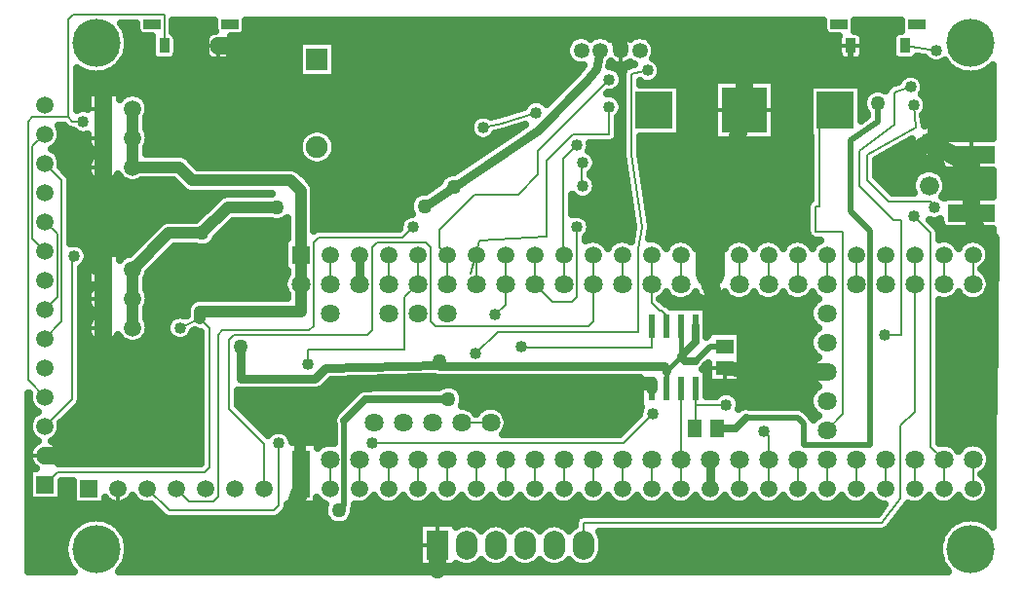
<source format=gbl>
G04 DipTrace 3.2.0.1*
G04 Teensy3.6TouchDisplayLoRaV03.gbl*
%MOIN*%
G04 #@! TF.FileFunction,Copper,L2,Bot*
G04 #@! TF.Part,Single*
%AMOUTLINE0*
4,1,4,
-0.0175,0.025,
-0.0175,-0.025,
0.0175,-0.025,
0.0175,0.025,
-0.0175,0.025,
0*%
%AMOUTLINE3*
4,1,4,
0.0285,0.0155,
-0.0285,0.0155,
-0.0285,-0.0155,
0.0285,-0.0155,
0.0285,0.0155,
0*%
%AMOUTLINE6*
4,1,4,
0.08,-0.03,
0.08,0.03,
-0.08,0.03,
-0.08,-0.03,
0.08,-0.03,
0*%
G04 #@! TA.AperFunction,ViaPad*
%ADD13C,0.04*%
G04 #@! TA.AperFunction,CopperBalancing*
%ADD14C,0.025*%
G04 #@! TA.AperFunction,Conductor*
%ADD15C,0.03*%
%ADD16C,0.015*%
%ADD17C,0.02*%
%ADD18C,0.008*%
%ADD19C,0.03937*%
%ADD20C,0.06*%
%ADD21C,0.059055*%
%ADD22C,0.1*%
%ADD23C,0.051181*%
%ADD26C,0.05315*%
G04 #@! TA.AperFunction,ViaPad*
%ADD29C,0.05*%
G04 #@! TA.AperFunction,Conductor*
%ADD30C,0.019685*%
G04 #@! TA.AperFunction,CopperBalancing*
%ADD31C,0.013*%
G04 #@! TA.AperFunction,ComponentPad*
%ADD32C,0.066*%
%ADD33R,0.051181X0.059055*%
%ADD34R,0.059055X0.051181*%
G04 #@! TA.AperFunction,ComponentPad*
%ADD37R,0.074803X0.098425*%
%ADD38O,0.074803X0.098425*%
%ADD39R,0.059055X0.059055*%
%ADD40C,0.059055*%
%ADD42C,0.05315*%
%ADD48R,0.074803X0.074803*%
%ADD49C,0.074803*%
%ADD51R,0.064173X0.064173*%
%ADD52C,0.064173*%
%ADD53R,0.023622X0.07874*%
%ADD58R,0.156X0.156*%
%ADD59R,0.125X0.125*%
G04 #@! TA.AperFunction,ViaPad*
%ADD61C,0.165*%
%ADD120OUTLINE0*%
%ADD123OUTLINE3*%
%ADD126OUTLINE6*%
%FSLAX26Y26*%
G04*
G70*
G90*
G75*
G01*
G04 Bottom*
%LPD*%
X793701Y1468701D2*
D13*
Y1368701D1*
Y1268701D1*
X1287357Y1681066D2*
X1118625D1*
X1031134Y1593575D1*
X918575D1*
X793701Y1468701D1*
X2668701Y1275000D2*
D16*
Y1170701D1*
X2618701Y1120701D1*
Y1062402D1*
X2793260Y924895D2*
D14*
X2855942D1*
X2893439Y962391D1*
D17*
X3069011D1*
X3089701Y941701D1*
Y868651D1*
X3318394D1*
Y1599824D1*
X3249651Y1668567D1*
Y1912292D1*
X3343391Y1974785D1*
Y2037278D1*
X2818701Y1206103D2*
X2770103D1*
X2719701Y1155701D1*
D14*
X2683701D1*
X2668701Y1170701D1*
X2718701Y1220701D1*
Y1275000D1*
X1874795Y1024885D2*
X1591915D1*
X1518583Y951552D1*
D17*
Y662423D1*
X1499835Y643675D1*
X1843549Y1156121D2*
D15*
Y1137373D1*
X2612499D1*
X2618701Y1120701D1*
X1793583Y1685209D2*
X1892630Y1751251D1*
X2181013Y1943538D1*
X2343496Y2112271D1*
X2380992Y2156016D1*
X2393701Y2218701D1*
X1162370Y1206116D2*
Y1093628D1*
X1418593D1*
X1454785Y1129819D1*
X1845487Y1142629D1*
X1843549Y1156121D1*
X2768698Y818704D2*
Y718704D1*
X1568698Y1518704D2*
Y1418704D1*
X1468698Y1518704D2*
D18*
Y1418704D1*
Y818704D2*
Y718704D1*
X1568698Y818704D2*
Y718704D1*
X1868698Y818704D2*
Y718704D1*
X2368698Y818704D2*
Y718704D1*
X2468698Y818704D2*
Y718704D1*
X2568698Y818704D2*
Y718704D1*
X2668698Y1518704D2*
Y1418704D1*
X2868698Y818704D2*
Y718704D1*
X2968698Y818704D2*
Y718704D1*
X2824696Y1006137D2*
X2718701D1*
Y924950D1*
Y1062402D1*
X2968698Y818704D2*
Y898704D1*
X2953701Y913701D1*
X2718701Y924950D2*
X2718457D1*
X3068698Y818704D2*
Y718704D1*
X3168698Y818704D2*
Y718704D1*
X3268698Y818704D2*
Y718704D1*
X3368698Y818704D2*
Y718704D1*
X3468698Y818704D2*
Y718704D1*
X3368698Y1518704D2*
Y1418704D1*
X3168698Y1518704D2*
Y1418704D1*
X2668698Y818704D2*
Y718704D1*
Y818704D2*
X2668701Y818706D1*
Y1062402D1*
X493701Y1531701D2*
X451701Y1573701D1*
Y1889701D1*
X493701Y1931701D1*
X2568698Y1518704D2*
Y1418704D1*
Y1355874D1*
X2596872Y1327701D1*
X2603121D1*
X2618701Y1312121D1*
Y1275000D1*
X493701Y1631701D2*
X535701Y1589701D1*
Y1373701D1*
X493701Y1331701D1*
X2468698Y1518704D2*
Y1418704D1*
X593701Y1513701D2*
X587059Y1508727D1*
Y1025059D1*
X493701Y931701D1*
X2368698Y1518704D2*
Y1418704D1*
Y1289701D1*
X2352698Y1273701D1*
X1829701D1*
X1813701Y1289701D1*
Y1545701D1*
X1797701Y1561701D1*
X1629701D1*
X1613701Y1545701D1*
Y1259701D1*
X1597701Y1243701D1*
X1139701D1*
X1123701Y1227701D1*
Y991701D1*
X1243701Y871701D1*
Y718701D1*
X2268698Y1518704D2*
Y1418704D1*
Y1518704D2*
X2268504D1*
Y1848504D1*
X2313701Y1893701D1*
X2168698Y1518704D2*
Y1418704D1*
X2229701Y1357701D1*
X2297701D1*
X2313701Y1373701D1*
Y1613701D1*
X1753701D2*
X1717701Y1577701D1*
X1429701D1*
X1413701Y1561701D1*
Y1275701D1*
X1397701Y1259701D1*
X1101701D1*
X1085701Y1243701D1*
Y691701D1*
X1069701Y675701D1*
X986701D1*
X943701Y718701D1*
X2068698Y1518704D2*
Y1418704D1*
Y1348698D1*
X2033701Y1313701D1*
X1613701Y873701D2*
X2473701D1*
X2573701Y973701D1*
X1293701Y873701D2*
Y659701D1*
X1277701Y643701D1*
X918701D1*
X843701Y718701D1*
X1668698Y818704D2*
Y718704D1*
X3368389Y1243612D2*
X3424633D1*
Y1638963D1*
X3397992D1*
X3280898Y1756058D1*
Y1874795D1*
X3400075Y1964456D1*
Y2074921D1*
X3455879Y2093523D1*
X1968698Y1518704D2*
Y1418704D1*
Y1518704D2*
X1949950Y1453065D1*
X1981034Y1568578D1*
X2211517Y1580998D1*
Y1842806D1*
X2299751Y1931040D1*
X2424738D1*
Y2024780D1*
X1868698Y1518704D2*
Y1418704D1*
Y1518704D2*
X1843549Y1543853D1*
Y1606074D1*
X1962286Y1724811D1*
X2112271D1*
X2181013Y1793554D1*
Y1874795D1*
X2424738Y2118520D1*
X1768698Y1518704D2*
Y1418704D1*
X1724811Y1374816D1*
Y1193617D1*
X1393596D1*
Y1143622D1*
X1668698Y1518704D2*
Y1418704D1*
X1768698Y818704D2*
Y718704D1*
X3568698Y818704D2*
Y718704D1*
Y818704D2*
X3524622Y862780D1*
Y1593575D1*
X3468378Y1649819D1*
X3668698Y818704D2*
Y718704D1*
Y1518704D2*
Y1418704D1*
X3568698Y1518704D2*
Y1418704D1*
X3468698Y1518704D2*
Y1418704D1*
Y982456D1*
X3421847Y935604D1*
Y685854D1*
X3356719Y601406D1*
X2336614D1*
Y524937D1*
X3268698Y1518704D2*
Y1418704D1*
X3068698Y1518704D2*
Y1418704D1*
X1968698Y818704D2*
Y718704D1*
X1968536Y1181118D2*
X2043528Y1256110D1*
X2524727D1*
Y1539062D1*
X2537828Y1615873D1*
X2499730Y1862297D1*
Y2137551D1*
X2555974Y2149767D1*
X2068698Y818704D2*
Y718704D1*
X2168698Y818704D2*
Y718704D1*
X2124769Y1206116D2*
Y1199866D1*
X2568701D1*
Y1275000D1*
X493701Y1231701D2*
X551701Y1289701D1*
Y1773701D1*
X493701Y1831701D1*
X2268698Y818704D2*
Y718704D1*
X2968698Y1518704D2*
Y1418704D1*
X2868698Y1518704D2*
Y1418704D1*
X1368698Y818704D2*
D20*
Y771982D1*
D21*
Y718704D1*
X2768698Y1518704D2*
D22*
Y1452927D1*
D20*
Y1418704D1*
X3663702Y1862449D2*
Y1829504D1*
Y1819746D1*
Y1662449D1*
D15*
X3737100Y1549830D1*
Y978814D1*
X3734403Y981510D1*
Y649924D1*
X3318394Y543685D1*
X3187956Y453670D1*
X3053467D1*
X1836614Y442835D1*
X1362962Y438580D1*
X1344727Y634987D1*
D20*
X1346713Y653015D1*
D21*
X1368698Y718704D1*
X693701Y1268701D2*
Y1368701D1*
Y1468701D1*
Y1818701D2*
Y1918701D1*
Y2018701D1*
Y2082414D1*
D20*
X828130Y2143517D1*
X1218614D1*
X1235454Y2213701D1*
Y2233701D1*
X1245992Y2287252D1*
X2249756D1*
X2460566D1*
X2887457D1*
Y2299751D1*
X3062171D1*
Y2137268D1*
X3251211D1*
Y2156016D1*
X3518373D1*
X3547059Y2127330D1*
Y1906200D1*
X3518701D1*
X3663702Y1819746D1*
X2887457Y2013692D2*
Y2287252D1*
X2818701Y1131299D2*
D23*
X2878133Y1127919D1*
D20*
X3041134Y1118645D1*
X3168698Y1118704D1*
X2768698Y1518704D2*
D21*
X2771412Y1567978D1*
D20*
X2887457Y2013692D1*
X2768698Y1418704D2*
X2793449Y1343601D1*
X3055921Y1243612D1*
X3041134Y1118645D1*
X1368698Y818704D2*
D13*
X1359116Y931145D1*
X1509100Y1081129D1*
X2568701D1*
Y1062402D1*
X2463701Y2218701D2*
D26*
X2460566Y2256076D1*
D20*
Y2287252D1*
X2249756Y2181013D2*
Y2287252D1*
X3349641Y1799803D2*
D13*
X3377687Y1817477D1*
D20*
X3518701Y1906200D1*
X1693701Y1613701D2*
D13*
Y1663701D1*
D20*
Y1843701D1*
D13*
X1656068D1*
Y1899793D1*
Y1943701D1*
D20*
X1693701D1*
Y2223701D1*
D13*
Y2273701D1*
X1193617Y2293502D2*
X1255650D1*
D20*
Y2143517D1*
X1218614D1*
X3518701Y1906200D2*
X3663702Y1829504D1*
Y1662449D2*
D19*
Y1629185D1*
X3739589Y1575240D1*
X3734403Y981510D1*
X3723819Y1602332D2*
D15*
X3737100Y1549830D1*
X668672Y1649819D2*
D13*
Y1468701D1*
X693701D1*
Y1818701D2*
D21*
Y1759173D1*
D20*
X699919D1*
Y1528229D1*
D21*
X693701D1*
Y1468701D1*
X1087378Y2233701D2*
D20*
X1235454D1*
X3251211D2*
D17*
Y2156016D1*
X1836614Y524937D2*
D20*
Y442835D1*
X1237362Y1443591D2*
D30*
X918646D1*
X874900Y1274858D1*
X862402Y1174869D1*
X686193Y1167532D1*
D20*
X688085Y1193020D1*
X689295Y1209336D1*
D21*
X693701Y1268701D1*
X686193Y1167532D2*
D20*
Y831701D1*
X553228D1*
D21*
X493701D1*
X1918698Y943704D2*
D18*
X2018698D1*
X2333701Y1753701D2*
X2329701Y1757701D1*
Y1829701D1*
X2333701Y1833701D1*
X1993701Y1953701D2*
X2056026Y1968536D1*
X2174764Y2006032D1*
X3537121Y1681066D2*
X3523276Y1700152D1*
X3380549D1*
X3305895Y1774806D1*
Y1861722D1*
X3473061Y1955555D1*
X3465903Y2031122D1*
X3543370Y2218509D2*
X3436211Y2233701D1*
X493701Y1031701D2*
X435701Y1089701D1*
Y1973701D1*
X451701Y1989701D1*
X573701D1*
Y2323701D1*
X589701Y2339701D1*
X902378D1*
Y2233701D1*
X573701Y1989701D2*
X588617Y1974785D1*
X624927D1*
X3168698Y918704D2*
X3224654Y974659D1*
Y1598218D1*
X3130914D1*
Y1683780D1*
X3143412D1*
Y2013692D1*
X3197457D1*
X1368698Y1518704D2*
D13*
Y1418704D1*
X793701Y2018701D2*
Y1918701D1*
Y1818701D1*
X953229D1*
X998229Y1773701D1*
X1333950D1*
X1368698Y1738953D1*
Y1518704D1*
X956142Y1268609D2*
D18*
X1024885Y1301146D1*
D13*
Y1325774D1*
X1368698D1*
Y1418704D1*
X1024885Y1301146D2*
D18*
X1057701Y1268330D1*
Y789701D1*
X1041701Y773701D1*
X535701D1*
X493701Y731701D1*
D29*
X1793583Y1685209D3*
X1892630Y1751251D3*
X1162370Y1206116D3*
D13*
X1968536Y1181118D3*
X3723819Y1602332D3*
X1237362Y1443591D3*
X3537121Y1681066D3*
X3465903Y2031122D3*
X3543370Y2218509D3*
X956142Y1268609D3*
D61*
X3661418Y511811D3*
X669292D3*
Y2244095D3*
X3661418D3*
D13*
X2249756Y2181013D3*
X1193617Y2293502D3*
X1656068Y1899793D3*
X1693701Y2273701D3*
X3349641Y1799803D3*
X1693701Y1613701D3*
D29*
X3343391Y2037278D3*
D13*
X2824696Y1006137D3*
X2953701Y913701D3*
X593701Y1513701D3*
X2313701Y1893701D3*
X2424738Y2024780D3*
Y2118520D3*
X1393596Y1143622D3*
X3468378Y1649819D3*
X2555974Y2149767D3*
X2124769Y1206116D3*
X2333701Y1833701D3*
Y1753701D3*
X2174764Y2006032D3*
X1993701Y1953701D3*
X3455879Y2093523D3*
X3368389Y1243612D3*
X668672Y1649819D3*
D29*
X1499835Y643675D3*
X1874795Y1024885D3*
X1843549Y1156121D3*
X1031134Y1593575D3*
X1287357Y1681066D3*
D13*
X624927Y1974785D3*
X2313701Y1613701D3*
X1753701D3*
X2033701Y1313701D3*
X2573701Y973701D3*
X1613701Y873701D3*
X1293701D3*
X767131Y2294836D2*
D14*
X805371D1*
X934387D2*
X1071381D1*
X1184392D2*
X3154207D1*
X3267218D2*
X3420216D1*
X776640Y2269967D2*
X819330D1*
X945260D2*
X1044504D1*
X1170433D2*
X2317065D1*
X2340330D2*
X2382051D1*
X2405352D2*
X2452061D1*
X2475326D2*
X2517047D1*
X2540348D2*
X3168166D1*
X3294095D2*
X3393339D1*
X779798Y2245099D2*
X856865D1*
X947880D2*
X1041884D1*
X1132863D2*
X1359531D1*
X1490341D2*
X2281324D1*
X2576089D2*
X3205701D1*
X3296715D2*
X3390719D1*
X777107Y2220230D2*
X856865D1*
X947880D2*
X1041884D1*
X1132863D2*
X1359531D1*
X1490341D2*
X2274147D1*
X2583266D2*
X3205701D1*
X3296715D2*
X3390719D1*
X768172Y2195361D2*
X860633D1*
X944112D2*
X1045652D1*
X1129095D2*
X1359531D1*
X1490341D2*
X2279637D1*
X2577739D2*
X3209468D1*
X3292947D2*
X3394487D1*
X3477930D2*
X3493994D1*
X750840Y2170492D2*
X1359531D1*
X1490341D2*
X2306515D1*
X2427744D2*
X2441511D1*
X2485876D2*
X2506497D1*
X2598983D2*
X3579865D1*
X605688Y2145624D2*
X622434D1*
X716140D2*
X1359531D1*
X1490341D2*
X2316239D1*
X2603791D2*
X3614565D1*
X3708271D2*
X3734526D1*
X605688Y2120755D2*
X2292950D1*
X2593528D2*
X3416915D1*
X3494832D2*
X3734526D1*
X605688Y2095886D2*
X2268980D1*
X2667952D2*
X2781442D1*
X2993458D2*
X3106947D1*
X3287959D2*
X3376832D1*
X3503803D2*
X3734526D1*
X605688Y2071017D2*
X636178D1*
X751234D2*
X774152D1*
X813278D2*
X2245045D1*
X2421464D2*
X2467742D1*
X2667952D2*
X2781442D1*
X2993458D2*
X3106947D1*
X3287959D2*
X3303306D1*
X3497918D2*
X3734526D1*
X605688Y2046149D2*
X636178D1*
X843887D2*
X2150813D1*
X2198731D2*
X2221110D1*
X2667952D2*
X2781442D1*
X2993458D2*
X3106947D1*
X3511338D2*
X3734526D1*
X605688Y2021280D2*
X636178D1*
X851172D2*
X2122572D1*
X2667952D2*
X2781442D1*
X2993458D2*
X3106947D1*
X3512810D2*
X3734526D1*
X846507Y1996411D2*
X1975519D1*
X2011882D2*
X2043232D1*
X2667952D2*
X2781442D1*
X2993458D2*
X3106947D1*
X3287959D2*
X3305387D1*
X3501327D2*
X3734526D1*
X841698Y1971542D2*
X1949359D1*
X2667952D2*
X2781442D1*
X2993458D2*
X3106947D1*
X3503695D2*
X3734526D1*
X549135Y1946673D2*
X577184D1*
X843600D2*
X1400188D1*
X1449720D2*
X1946237D1*
X2087274D2*
X2110228D1*
X2667952D2*
X2781442D1*
X2993458D2*
X3106947D1*
X3563442D2*
X3734526D1*
X550319Y1921805D2*
X636249D1*
X851136D2*
X1369507D1*
X1480401D2*
X1958761D1*
X2028640D2*
X2072909D1*
X2531736D2*
X2781442D1*
X2993458D2*
X3111397D1*
X3577580D2*
X3734526D1*
X538872Y1896936D2*
X640663D1*
X846758D2*
X1360213D1*
X1489695D2*
X2035625D1*
X2361573D2*
X2467742D1*
X2531736D2*
X3111397D1*
X3431388D2*
X3458433D1*
X533597Y1872067D2*
X661978D1*
X841698D2*
X1361540D1*
X1488331D2*
X1998305D1*
X2360676D2*
X2467742D1*
X2531736D2*
X3111397D1*
X3387107D2*
X3468696D1*
X548991Y1847198D2*
X644144D1*
X991587D2*
X1374423D1*
X1475449D2*
X1961022D1*
X2379659D2*
X2469716D1*
X2534427D2*
X3111397D1*
X3342790D2*
X3555715D1*
X550426Y1822330D2*
X636285D1*
X1016454D2*
X1923738D1*
X2380269D2*
X2473556D1*
X2538267D2*
X3111397D1*
X3337910D2*
X3557796D1*
X572172Y1797461D2*
X640448D1*
X1377055D2*
X1869768D1*
X2363726D2*
X2477395D1*
X2542106D2*
X3111397D1*
X3337910D2*
X3474724D1*
X3562689D2*
X3734526D1*
X583691Y1772592D2*
X661153D1*
X726223D2*
X761162D1*
X826232D2*
X932473D1*
X1401922D2*
X1844362D1*
X2377577D2*
X2481235D1*
X2545946D2*
X3111397D1*
X3352335D2*
X3460048D1*
X3577365D2*
X3734526D1*
X583691Y1747723D2*
X957377D1*
X1415845D2*
X1811851D1*
X2381309D2*
X2485110D1*
X2549786D2*
X3111397D1*
X3377203D2*
X3458325D1*
X3579088D2*
X3734526D1*
X583691Y1722855D2*
X1098115D1*
X1416707D2*
X1757415D1*
X2369647D2*
X2488950D1*
X2553625D2*
X3111397D1*
X3569255D2*
X3734526D1*
X583691Y1697986D2*
X1068690D1*
X1416707D2*
X1742236D1*
X2300498D2*
X2492789D1*
X2557501D2*
X3102569D1*
X583691Y1673117D2*
X1043822D1*
X1416707D2*
X1742056D1*
X2300498D2*
X2496629D1*
X2561340D2*
X3098909D1*
X583691Y1648248D2*
X1018954D1*
X1416707D2*
X1721602D1*
X2345820D2*
X2500469D1*
X2565180D2*
X3098909D1*
X583691Y1623379D2*
X881518D1*
X1127803D2*
X1320704D1*
X1416707D2*
X1706746D1*
X2360676D2*
X2504308D1*
X2569020D2*
X3098909D1*
X3539041D2*
X3557366D1*
X583691Y1598511D2*
X856650D1*
X1102899D2*
X1320704D1*
X2359097D2*
X2502442D1*
X2567297D2*
X3098909D1*
X3556194D2*
X3734526D1*
X583691Y1573642D2*
X831782D1*
X1080041D2*
X1311159D1*
X2345712D2*
X2463077D1*
X2474343D2*
X2498208D1*
X2574330D2*
X2663060D1*
X2674328D2*
X2763069D1*
X2774311D2*
X2863078D1*
X2874315D2*
X2963052D1*
X2974344D2*
X3112079D1*
X3574327D2*
X3663080D1*
X3674337D2*
X3734526D1*
X625173Y1548773D2*
X806914D1*
X1056932D2*
X1311159D1*
X3717278D2*
X3734526D1*
X640532Y1523904D2*
X782047D1*
X915763D2*
X1311159D1*
X890896Y1499036D2*
X1311159D1*
X619073Y1474167D2*
X636178D1*
X866028D2*
X1311159D1*
X3703534D2*
X3734526D1*
X619073Y1449298D2*
X636178D1*
X847691D2*
X1317403D1*
X3719969D2*
X3734526D1*
X619073Y1424429D2*
X636178D1*
X841698D2*
X1308898D1*
X619073Y1399561D2*
X645651D1*
X841770D2*
X1311877D1*
X619073Y1374692D2*
X636500D1*
X850885D2*
X1320704D1*
X2608349D2*
X2629078D1*
X2708322D2*
X2729051D1*
X2808331D2*
X2829060D1*
X2908340D2*
X2929069D1*
X3008350D2*
X3029079D1*
X3108323D2*
X3129052D1*
X3608333D2*
X3629062D1*
X3708342D2*
X3734526D1*
X619073Y1349823D2*
X639515D1*
X847906D2*
X983752D1*
X2625142D2*
X3117748D1*
X3556624D2*
X3734526D1*
X619073Y1324954D2*
X657816D1*
X841698D2*
X976898D1*
X2758524D2*
X3108957D1*
X3556624D2*
X3734526D1*
X619073Y1300086D2*
X646010D1*
X841698D2*
X920775D1*
X2758524D2*
X3111720D1*
X3556624D2*
X3734526D1*
X619073Y1275217D2*
X636572D1*
X850849D2*
X908610D1*
X2759206D2*
X3128442D1*
X3556624D2*
X3734526D1*
X619073Y1250348D2*
X639335D1*
X848086D2*
X911983D1*
X1000306D2*
X1025700D1*
X2876224D2*
X3118071D1*
X3556624D2*
X3734526D1*
X619073Y1225479D2*
X657134D1*
X730242D2*
X757143D1*
X830251D2*
X939148D1*
X973142D2*
X1025700D1*
X2876224D2*
X3109029D1*
X3556624D2*
X3734526D1*
X619073Y1200610D2*
X1025700D1*
X2876224D2*
X3111540D1*
X3556624D2*
X3734526D1*
X619073Y1175742D2*
X1025700D1*
X2876224D2*
X3127868D1*
X3556624D2*
X3734526D1*
X619073Y1150873D2*
X1025700D1*
X2876224D2*
X3118430D1*
X3556624D2*
X3734526D1*
X619073Y1126004D2*
X1025700D1*
X2876224D2*
X3109064D1*
X3556624D2*
X3734526D1*
X619073Y1101135D2*
X1025700D1*
X2876224D2*
X3111361D1*
X3556624D2*
X3734526D1*
X619073Y1076267D2*
X1025700D1*
X1461024D2*
X2528889D1*
X2758524D2*
X3127258D1*
X3556624D2*
X3734526D1*
X619073Y1051398D2*
X1025700D1*
X1155685D2*
X1562205D1*
X1920269D2*
X2528889D1*
X2758524D2*
X2817541D1*
X2831838D2*
X3118789D1*
X3556624D2*
X3734526D1*
X619073Y1026529D2*
X1025700D1*
X1155685D2*
X1537337D1*
X1927769D2*
X2528889D1*
X2867863D2*
X3109136D1*
X3556624D2*
X3734526D1*
X607877Y1001660D2*
X1025700D1*
X1157946D2*
X1512433D1*
X1922135D2*
X2528889D1*
X2872492D2*
X3111182D1*
X3556624D2*
X3734526D1*
X438719Y976792D2*
X459663D1*
X583009D2*
X1025700D1*
X1182813D2*
X1487673D1*
X2068327D2*
X2525803D1*
X3107318D2*
X3126719D1*
X3556624D2*
X3734526D1*
X558142Y951923D2*
X1025700D1*
X1207681D2*
X1478092D1*
X2078196D2*
X2507717D1*
X3556624D2*
X3734526D1*
X551036Y927054D2*
X1025700D1*
X1232585D2*
X1480568D1*
X2076330D2*
X2482850D1*
X3556624D2*
X3734526D1*
X542640Y902185D2*
X1025700D1*
X1331697D2*
X1480568D1*
X3556624D2*
X3734526D1*
X438719Y877316D2*
X460417D1*
X526994D2*
X1025700D1*
X1341565D2*
X1480568D1*
X3556624D2*
X3734526D1*
X547161Y852448D2*
X1025700D1*
X3717852D2*
X3734526D1*
X551072Y827579D2*
X1025700D1*
X3711787Y777841D2*
X3734526D1*
X3714263Y752973D2*
X3734526D1*
X551216Y728104D2*
X586191D1*
X551216Y703235D2*
X586191D1*
X551216Y678366D2*
X586191D1*
X783638D2*
X803757D1*
X1608615D2*
X1628770D1*
X1708624D2*
X1728779D1*
X1808634D2*
X1828753D1*
X1908643D2*
X1928762D1*
X2008616D2*
X2028771D1*
X2108625D2*
X2128780D1*
X2208635D2*
X2228754D1*
X2308644D2*
X2328763D1*
X2408617D2*
X2428772D1*
X2508626D2*
X2528781D1*
X2608636D2*
X2628755D1*
X2708645D2*
X2728764D1*
X2808618D2*
X2828773D1*
X2908627D2*
X2928782D1*
X3008637D2*
X3028756D1*
X3108610D2*
X3128765D1*
X3208619D2*
X3228774D1*
X3308629D2*
X3328783D1*
X3508611D2*
X3528766D1*
X3608620D2*
X3628775D1*
X3708630D2*
X3734526D1*
X438719Y653498D2*
X864688D1*
X1325058D2*
X1447806D1*
X1555435D2*
X3357132D1*
X3436663D2*
X3734526D1*
X438719Y628629D2*
X889556D1*
X1306865D2*
X1449134D1*
X1550555D2*
X2322734D1*
X3417465D2*
X3734526D1*
X438719Y603760D2*
X610126D1*
X728448D2*
X1466394D1*
X1533258D2*
X2304720D1*
X3398303D2*
X3602257D1*
X3720579D2*
X3734526D1*
X438719Y578891D2*
X582136D1*
X756438D2*
X1771230D1*
X3378280D2*
X3574267D1*
X438719Y554023D2*
X567388D1*
X771186D2*
X1771230D1*
X2399610D2*
X3559519D1*
X438719Y529154D2*
X560211D1*
X778399D2*
X1771230D1*
X2402015D2*
X3552306D1*
X438719Y504285D2*
X559062D1*
X779511D2*
X1771230D1*
X2401405D2*
X3551194D1*
X438719Y479416D2*
X563763D1*
X774810D2*
X1771230D1*
X2392218D2*
X3555894D1*
X438719Y454547D2*
X575210D1*
X763363D2*
X1771230D1*
X1962039D2*
X2011188D1*
X2062048D2*
X2111197D1*
X2162021D2*
X2211206D1*
X2262030D2*
X2311215D1*
X2362040D2*
X3567341D1*
X3577021Y1751610D2*
X3575585Y1742543D1*
X3572748Y1733813D1*
X3568580Y1725634D1*
X3563263Y1718306D1*
X3569141Y1713381D1*
X3573350Y1715754D1*
X3578589Y1717431D1*
X3582237Y1717907D1*
X3737035Y1717949D1*
X3737028Y1806929D1*
X3581866Y1807015D1*
X3576454Y1808001D1*
X3571379Y1810124D1*
X3566878Y1813286D1*
X3563159Y1817340D1*
X3560397Y1822098D1*
X3558719Y1827336D1*
X3558244Y1830984D1*
X3558202Y1863044D1*
X3553100Y1858882D1*
X3546900Y1854945D1*
X3540256Y1851816D1*
X3533272Y1849543D1*
X3526059Y1848164D1*
X3518729Y1847700D1*
X3511399Y1848157D1*
X3504184Y1849529D1*
X3497198Y1851795D1*
X3490551Y1854918D1*
X3484347Y1858849D1*
X3478685Y1863527D1*
X3473654Y1868877D1*
X3469332Y1874815D1*
X3465789Y1881248D1*
X3463080Y1888074D1*
X3461247Y1895186D1*
X3460320Y1902472D1*
X3460313Y1909816D1*
X3460853Y1914874D1*
X3335392Y1844449D1*
X3335395Y1787047D1*
X3392753Y1729668D1*
X3466563Y1729653D1*
X3463064Y1738122D1*
X3460921Y1747048D1*
X3460201Y1756200D1*
X3460921Y1765351D1*
X3463064Y1774277D1*
X3466577Y1782758D1*
X3471374Y1790585D1*
X3477335Y1797565D1*
X3484316Y1803527D1*
X3492143Y1808324D1*
X3500624Y1811836D1*
X3509550Y1813979D1*
X3518701Y1814700D1*
X3527852Y1813979D1*
X3536778Y1811836D1*
X3545259Y1808324D1*
X3553086Y1803527D1*
X3560067Y1797565D1*
X3566028Y1790585D1*
X3570825Y1782758D1*
X3574338Y1774277D1*
X3576481Y1765351D1*
X3577201Y1756200D1*
X3577021Y1751610D1*
X2772860Y1257193D2*
X2873729D1*
Y1080209D1*
X2763673D1*
Y1149472D1*
X2754378Y1140174D1*
X2752101Y1135846D1*
X2748596Y1131022D1*
X2744885Y1127272D1*
X2756012D1*
Y1035659D1*
X2790097Y1035687D1*
X2795146Y1040735D1*
X2800922Y1044932D1*
X2807284Y1048173D1*
X2814074Y1050380D1*
X2821126Y1051496D1*
X2828266D1*
X2835318Y1050380D1*
X2842108Y1048173D1*
X2848469Y1044932D1*
X2854246Y1040735D1*
X2859294Y1035687D1*
X2863491Y1029910D1*
X2866732Y1023549D1*
X2868939Y1016758D1*
X2870055Y1009707D1*
Y1002567D1*
X2868939Y995515D1*
X2867133Y989811D1*
X2871103Y993134D1*
X2876187Y996250D1*
X2881696Y998532D1*
X2887494Y999924D1*
X2893439Y1000391D1*
X2899383Y999924D1*
X2905181Y998532D1*
X2906920Y997890D1*
X3071796Y997782D1*
X3077298Y996911D1*
X3082596Y995189D1*
X3087559Y992660D1*
X3092066Y989386D1*
X3114803Y966803D1*
X3118421Y962567D1*
X3121332Y957818D1*
X3122503Y955276D1*
X3124909Y956103D1*
X3131299Y962493D1*
X3138609Y967804D1*
X3140166Y968676D1*
X3134850Y972115D1*
X3127978Y977984D1*
X3122110Y984855D1*
X3117388Y992560D1*
X3113930Y1000908D1*
X3111821Y1009695D1*
X3111112Y1018704D1*
X3111821Y1027712D1*
X3113930Y1036499D1*
X3117388Y1044847D1*
X3122110Y1052552D1*
X3127978Y1059424D1*
X3134850Y1065292D1*
X3140166Y1068676D1*
X3133277Y1073300D1*
X3127786Y1078177D1*
X3122961Y1083714D1*
X3118880Y1089819D1*
X3115609Y1096395D1*
X3113201Y1103333D1*
X3111696Y1110521D1*
X3111118Y1117842D1*
X3111477Y1125178D1*
X3112766Y1132408D1*
X3114965Y1139415D1*
X3118038Y1146085D1*
X3121935Y1152310D1*
X3126592Y1157989D1*
X3131935Y1163028D1*
X3137875Y1167347D1*
X3140135Y1168699D1*
X3134850Y1172115D1*
X3127978Y1177984D1*
X3122110Y1184855D1*
X3117388Y1192560D1*
X3113930Y1200908D1*
X3111821Y1209695D1*
X3111112Y1218704D1*
X3111821Y1227712D1*
X3113930Y1236499D1*
X3117388Y1244847D1*
X3122110Y1252552D1*
X3127978Y1259424D1*
X3134850Y1265292D1*
X3140166Y1268676D1*
X3134850Y1272115D1*
X3127978Y1277984D1*
X3122110Y1284855D1*
X3117388Y1292560D1*
X3113930Y1300908D1*
X3111821Y1309695D1*
X3111112Y1318704D1*
X3111821Y1327712D1*
X3113930Y1336499D1*
X3117388Y1344847D1*
X3122110Y1352552D1*
X3127978Y1359424D1*
X3134850Y1365292D1*
X3140166Y1368676D1*
X3134850Y1372115D1*
X3127978Y1377984D1*
X3122110Y1384855D1*
X3118726Y1390171D1*
X3115287Y1384855D1*
X3109418Y1377984D1*
X3102547Y1372115D1*
X3094842Y1367394D1*
X3086494Y1363936D1*
X3077707Y1361826D1*
X3068698Y1361117D1*
X3059690Y1361826D1*
X3050903Y1363936D1*
X3042555Y1367394D1*
X3034850Y1372115D1*
X3027978Y1377984D1*
X3022110Y1384855D1*
X3018726Y1390171D1*
X3015287Y1384855D1*
X3009418Y1377984D1*
X3002547Y1372115D1*
X2994842Y1367394D1*
X2986494Y1363936D1*
X2977707Y1361826D1*
X2968698Y1361117D1*
X2959690Y1361826D1*
X2950903Y1363936D1*
X2942555Y1367394D1*
X2934850Y1372115D1*
X2927978Y1377984D1*
X2922110Y1384855D1*
X2918726Y1390171D1*
X2915287Y1384855D1*
X2909418Y1377984D1*
X2902547Y1372115D1*
X2894842Y1367394D1*
X2886494Y1363936D1*
X2877707Y1361826D1*
X2868698Y1361117D1*
X2859690Y1361826D1*
X2850903Y1363936D1*
X2842555Y1367394D1*
X2834850Y1372115D1*
X2827978Y1377984D1*
X2822110Y1384855D1*
X2818726Y1390171D1*
X2814954Y1384401D1*
X2810212Y1378793D1*
X2804795Y1373834D1*
X2798791Y1369605D1*
X2792297Y1366175D1*
X2785420Y1363598D1*
X2778271Y1361918D1*
X2770966Y1361162D1*
X2763624Y1361341D1*
X2756364Y1362453D1*
X2749306Y1364481D1*
X2742562Y1367390D1*
X2736244Y1371133D1*
X2730454Y1375651D1*
X2725285Y1380868D1*
X2720823Y1386701D1*
X2718701Y1390139D1*
X2715287Y1384855D1*
X2709418Y1377984D1*
X2702547Y1372115D1*
X2694842Y1367394D1*
X2686494Y1363936D1*
X2677707Y1361826D1*
X2668698Y1361117D1*
X2659690Y1361826D1*
X2650903Y1363936D1*
X2642555Y1367394D1*
X2634850Y1372115D1*
X2627978Y1377984D1*
X2622110Y1384855D1*
X2618726Y1390171D1*
X2615287Y1384855D1*
X2609418Y1377984D1*
X2602547Y1372115D1*
X2598186Y1369266D1*
X2602550Y1363742D1*
X2610008Y1356386D1*
X2614410Y1354956D1*
X2618535Y1352854D1*
X2622280Y1350133D1*
X2632684Y1339857D1*
X2756012Y1339870D1*
X2756233Y1280945D1*
X2756701Y1275000D1*
Y1239008D1*
X2761826Y1240624D1*
X2763673Y1246876D1*
Y1257193D1*
X2772860D1*
X3502050Y1962276D2*
X3509469Y1963967D1*
X3516780Y1964668D1*
X3524121Y1964448D1*
X3531376Y1963310D1*
X3538432Y1961272D1*
X3545177Y1958366D1*
X3551504Y1954637D1*
X3557315Y1950145D1*
X3562517Y1944961D1*
X3567028Y1939166D1*
X3570778Y1932851D1*
X3573706Y1926116D1*
X3575768Y1919067D1*
X3576223Y1916823D1*
X3580401Y1917735D1*
X3589213Y1917949D1*
X3737035D1*
X3737028Y2166991D1*
X3731558Y2161971D1*
X3724898Y2156721D1*
X3717847Y2152010D1*
X3710449Y2147866D1*
X3702747Y2144316D1*
X3694791Y2141381D1*
X3686630Y2139079D1*
X3678312Y2137424D1*
X3669891Y2136428D1*
X3661418Y2136095D1*
X3652944Y2136428D1*
X3644523Y2137424D1*
X3636205Y2139079D1*
X3628044Y2141381D1*
X3620088Y2144316D1*
X3612387Y2147866D1*
X3604988Y2152010D1*
X3597937Y2156721D1*
X3591277Y2161971D1*
X3585050Y2167727D1*
X3579294Y2173954D1*
X3572222Y2183341D1*
X3567144Y2179714D1*
X3560782Y2176473D1*
X3553992Y2174267D1*
X3546940Y2173150D1*
X3539800D1*
X3532749Y2174267D1*
X3525958Y2176473D1*
X3519597Y2179714D1*
X3513820Y2183911D1*
X3508772Y2188960D1*
X3504955Y2194167D1*
X3476947Y2198131D1*
X3474342Y2193712D1*
X3471743Y2190670D1*
X3468700Y2188071D1*
X3465288Y2185980D1*
X3461591Y2184449D1*
X3457701Y2183515D1*
X3453704Y2183201D1*
X3416711Y2183279D1*
X3412759Y2183905D1*
X3408953Y2185142D1*
X3405388Y2186959D1*
X3402150Y2189311D1*
X3399321Y2192140D1*
X3396969Y2195377D1*
X3395152Y2198943D1*
X3393916Y2202748D1*
X3393290Y2206700D1*
X3393211Y2258701D1*
X3393525Y2262690D1*
X3394459Y2266581D1*
X3395991Y2270278D1*
X3398081Y2273690D1*
X3400680Y2276732D1*
X3403723Y2279331D1*
X3407135Y2281422D1*
X3410832Y2282953D1*
X3414722Y2283887D1*
X3423959Y2284821D1*
X3423025Y2288712D1*
X3422712Y2292709D1*
X3422711Y2319722D1*
X3264697Y2319705D1*
X3264633Y2290700D1*
X3264007Y2286748D1*
X3263461Y2284814D1*
X3264945Y2284201D1*
X3272373Y2283937D1*
X3277700Y2282564D1*
X3282609Y2280081D1*
X3286871Y2276603D1*
X3290288Y2272292D1*
X3292701Y2267348D1*
X3293997Y2262002D1*
X3294212Y2253189D1*
X3294145Y2206865D1*
X3293160Y2201453D1*
X3291037Y2196378D1*
X3287874Y2191877D1*
X3283820Y2188159D1*
X3279063Y2185396D1*
X3273824Y2183719D1*
X3270176Y2183243D1*
X3231876Y2183267D1*
X3226464Y2184253D1*
X3221389Y2186376D1*
X3216888Y2189538D1*
X3213169Y2193592D1*
X3210407Y2198350D1*
X3208729Y2203589D1*
X3208254Y2207236D1*
X3208306Y2260900D1*
X3209372Y2266304D1*
X3202466Y2267201D1*
X3180211Y2267280D1*
X3176259Y2267906D1*
X3172453Y2269142D1*
X3168888Y2270959D1*
X3165651Y2273311D1*
X3162821Y2276140D1*
X3160469Y2279377D1*
X3158653Y2282943D1*
X3157416Y2286748D1*
X3156790Y2290700D1*
X3156711Y2319722D1*
X1181907Y2319705D1*
X1181800Y2290700D1*
X1181174Y2286748D1*
X1179937Y2282943D1*
X1178121Y2279377D1*
X1175769Y2276140D1*
X1172939Y2273311D1*
X1169702Y2270959D1*
X1166137Y2269142D1*
X1162331Y2267905D1*
X1158379Y2267279D1*
X1128927Y2267201D1*
X1130164Y2262002D1*
X1130378Y2253189D1*
X1130312Y2206865D1*
X1129326Y2201453D1*
X1127203Y2196378D1*
X1124041Y2191877D1*
X1119987Y2188159D1*
X1115229Y2185396D1*
X1109990Y2183719D1*
X1106343Y2183243D1*
X1068042Y2183267D1*
X1062630Y2184253D1*
X1057556Y2186376D1*
X1053054Y2189538D1*
X1049336Y2193592D1*
X1046574Y2198350D1*
X1044896Y2203589D1*
X1044421Y2207236D1*
X1044473Y2260900D1*
X1045536Y2266298D1*
X1047732Y2271341D1*
X1050958Y2275797D1*
X1055065Y2279457D1*
X1059861Y2282151D1*
X1065124Y2283754D1*
X1069878Y2284201D1*
X1075340D1*
X1074192Y2288712D1*
X1073878Y2292709D1*
Y2319722D1*
X931866Y2319705D1*
X931878Y2281174D1*
X936439Y2278091D1*
X939269Y2275262D1*
X941621Y2272025D1*
X943437Y2268459D1*
X944674Y2264654D1*
X945300Y2260702D1*
X945378Y2208701D1*
X945064Y2204712D1*
X944130Y2200821D1*
X942599Y2197124D1*
X940508Y2193712D1*
X937909Y2190670D1*
X934867Y2188071D1*
X931455Y2185980D1*
X927758Y2184449D1*
X923867Y2183515D1*
X919870Y2183201D1*
X882877Y2183279D1*
X878925Y2183905D1*
X875120Y2185142D1*
X871554Y2186959D1*
X868317Y2189311D1*
X865488Y2192140D1*
X863136Y2195377D1*
X861319Y2198943D1*
X860083Y2202748D1*
X859457Y2206700D1*
X859378Y2258701D1*
X859692Y2262690D1*
X860629Y2266588D1*
X853633Y2267201D1*
X831377Y2267280D1*
X827425Y2267906D1*
X823620Y2269142D1*
X820054Y2270959D1*
X816817Y2273311D1*
X813988Y2276140D1*
X811636Y2279377D1*
X809819Y2282943D1*
X808583Y2286748D1*
X807957Y2290700D1*
X807878Y2310177D1*
X754715Y2310201D1*
X761377Y2300525D1*
X765520Y2293126D1*
X769071Y2285425D1*
X772006Y2277469D1*
X774308Y2269307D1*
X775962Y2260990D1*
X776959Y2252568D1*
X777292Y2244095D1*
X776959Y2235621D1*
X775962Y2227200D1*
X774308Y2218883D1*
X772006Y2210721D1*
X769071Y2202765D1*
X765520Y2195064D1*
X761377Y2187665D1*
X756665Y2180614D1*
X751415Y2173954D1*
X745659Y2167727D1*
X739432Y2161971D1*
X732772Y2156721D1*
X725721Y2152010D1*
X718323Y2147866D1*
X710621Y2144316D1*
X702665Y2141381D1*
X694504Y2139079D1*
X686186Y2137424D1*
X677765Y2136428D1*
X669292Y2136095D1*
X660818Y2136428D1*
X652397Y2137424D1*
X644079Y2139079D1*
X635918Y2141381D1*
X627962Y2144316D1*
X620261Y2147866D1*
X612862Y2152010D1*
X603183Y2158792D1*
X603201Y2014774D1*
X610866Y2018058D1*
X617809Y2019725D1*
X624927Y2020285D1*
X632044Y2019725D1*
X638678Y2018145D1*
X638674Y2073728D1*
X748729D1*
Y2050411D1*
X751858Y2054439D1*
X757963Y2060544D1*
X764949Y2065620D1*
X772643Y2069540D1*
X780855Y2072208D1*
X789384Y2073559D1*
X798018D1*
X806547Y2072208D1*
X814759Y2069540D1*
X822453Y2065620D1*
X829439Y2060544D1*
X835544Y2054439D1*
X840620Y2047453D1*
X844540Y2039759D1*
X847208Y2031547D1*
X848559Y2023018D1*
Y2014384D1*
X847208Y2005855D1*
X844540Y1997643D1*
X840620Y1989949D1*
X839204Y1987830D1*
X839201Y1949624D1*
X842731Y1943683D1*
X846035Y1935705D1*
X848051Y1927309D1*
X848729Y1918701D1*
X848051Y1910093D1*
X846035Y1901697D1*
X842731Y1893719D1*
X839204Y1887830D1*
X839201Y1864193D1*
X956798Y1864061D1*
X963850Y1862944D1*
X970641Y1860738D1*
X977002Y1857496D1*
X982778Y1853299D1*
X1004889Y1831387D1*
X1017094Y1819182D1*
X1337520Y1819061D1*
X1344572Y1817944D1*
X1351362Y1815738D1*
X1357724Y1812496D1*
X1363500Y1808300D1*
X1385611Y1786387D1*
X1403297Y1768503D1*
X1407494Y1762727D1*
X1410735Y1756365D1*
X1412941Y1749575D1*
X1414058Y1742523D1*
X1414198Y1711394D1*
X1414287Y1602854D1*
X1418412Y1604956D1*
X1422814Y1606386D1*
X1427386Y1607110D1*
X1512378Y1607201D1*
X1705471D1*
X1708341Y1610131D1*
Y1617271D1*
X1709458Y1624323D1*
X1711664Y1631113D1*
X1714906Y1637475D1*
X1719103Y1643251D1*
X1724151Y1648299D1*
X1729927Y1652496D1*
X1736289Y1655738D1*
X1743079Y1657944D1*
X1750368Y1659070D1*
X1746927Y1665883D1*
X1744478Y1673420D1*
X1743239Y1681247D1*
Y1689171D1*
X1744478Y1696998D1*
X1746927Y1704534D1*
X1750525Y1711595D1*
X1755182Y1718006D1*
X1760786Y1723609D1*
X1767197Y1728267D1*
X1774257Y1731865D1*
X1781794Y1734314D1*
X1789621Y1735553D1*
X1796168Y1735607D1*
X1845068Y1768215D1*
X1847634Y1774177D1*
X1851775Y1780934D1*
X1856921Y1786960D1*
X1862947Y1792106D1*
X1869704Y1796247D1*
X1877025Y1799279D1*
X1884730Y1801129D1*
X1892630Y1801751D1*
X1895215Y1801649D1*
X2137880Y1963456D1*
X2064901Y1940402D1*
X2034197Y1933016D1*
X2030511Y1926957D1*
X2025874Y1921528D1*
X2020445Y1916891D1*
X2014358Y1913160D1*
X2007761Y1910428D1*
X2000819Y1908761D1*
X1993701Y1908201D1*
X1986583Y1908761D1*
X1979641Y1910428D1*
X1973044Y1913160D1*
X1966957Y1916891D1*
X1961528Y1921528D1*
X1956891Y1926957D1*
X1953160Y1933044D1*
X1950428Y1939641D1*
X1948761Y1946583D1*
X1948201Y1953701D1*
X1948761Y1960819D1*
X1950428Y1967761D1*
X1953160Y1974358D1*
X1956891Y1980445D1*
X1961528Y1985874D1*
X1966957Y1990511D1*
X1973044Y1994242D1*
X1979641Y1996974D1*
X1986583Y1998641D1*
X1993701Y1999201D1*
X2000819Y1998641D1*
X2007761Y1996974D1*
X2014358Y1994242D1*
X2020566Y1990416D1*
X2048142Y1996983D1*
X2132860Y2023735D1*
X2135969Y2029805D1*
X2140166Y2035582D1*
X2145214Y2040630D1*
X2150990Y2044827D1*
X2157352Y2048068D1*
X2164142Y2050275D1*
X2171194Y2051391D1*
X2178334D1*
X2185386Y2050275D1*
X2192176Y2048068D1*
X2198538Y2044827D1*
X2204314Y2040630D1*
X2209362Y2035582D1*
X2211185Y2033269D1*
X2313515Y2139524D1*
X2337384Y2167371D1*
X2328701Y2166626D1*
X2320555Y2167267D1*
X2312609Y2169175D1*
X2305060Y2172302D1*
X2298092Y2176572D1*
X2291879Y2181879D1*
X2286572Y2188092D1*
X2282302Y2195060D1*
X2279175Y2202609D1*
X2277267Y2210555D1*
X2276626Y2218701D1*
X2277267Y2226847D1*
X2279175Y2234793D1*
X2282302Y2242342D1*
X2286572Y2249310D1*
X2291879Y2255523D1*
X2298092Y2260830D1*
X2305060Y2265100D1*
X2312609Y2268227D1*
X2320555Y2270135D1*
X2328701Y2270776D1*
X2336847Y2270135D1*
X2344793Y2268227D1*
X2352342Y2265100D1*
X2359310Y2260830D1*
X2361179Y2259357D1*
X2366492Y2263102D1*
X2373773Y2266812D1*
X2381544Y2269337D1*
X2389615Y2270615D1*
X2397787D1*
X2405858Y2269337D1*
X2413629Y2266812D1*
X2420910Y2263102D1*
X2427521Y2258299D1*
X2428682Y2257226D1*
X2433454Y2261091D1*
X2439717Y2264924D1*
X2446458Y2267838D1*
X2453540Y2269775D1*
X2460825Y2270696D1*
X2468168Y2270584D1*
X2475421Y2269440D1*
X2482441Y2267287D1*
X2489089Y2264168D1*
X2495232Y2260145D1*
X2496195Y2259385D1*
X2501492Y2263102D1*
X2508773Y2266812D1*
X2516544Y2269337D1*
X2524615Y2270615D1*
X2532787D1*
X2540858Y2269337D1*
X2548629Y2266812D1*
X2555910Y2263102D1*
X2562521Y2258299D1*
X2568299Y2252521D1*
X2573102Y2245910D1*
X2576812Y2238629D1*
X2579337Y2230858D1*
X2580615Y2222787D1*
Y2214615D1*
X2579337Y2206544D1*
X2576812Y2198773D1*
X2573297Y2191840D1*
X2579748Y2188562D1*
X2585524Y2184365D1*
X2590572Y2179317D1*
X2594769Y2173540D1*
X2598010Y2167179D1*
X2600217Y2160388D1*
X2601334Y2153337D1*
Y2146197D1*
X2600217Y2139145D1*
X2598010Y2132355D1*
X2594769Y2125993D1*
X2590572Y2120217D1*
X2585524Y2115168D1*
X2579748Y2110971D1*
X2573386Y2107730D1*
X2566596Y2105524D1*
X2559544Y2104407D1*
X2552404D1*
X2545352Y2105524D1*
X2538562Y2107730D1*
X2532200Y2110971D1*
X2529241Y2112949D1*
X2529230Y2101703D1*
X2665457Y2101692D1*
Y1925692D1*
X2529205D1*
X2529230Y1864544D1*
X2567246Y1618079D1*
X2567229Y1613450D1*
X2560459Y1573099D1*
X2568698Y1573731D1*
X2577307Y1573054D1*
X2585703Y1571038D1*
X2593680Y1567734D1*
X2601043Y1563222D1*
X2607609Y1557614D1*
X2613217Y1551048D1*
X2617728Y1543686D1*
X2618668Y1541647D1*
X2621780Y1547455D1*
X2626855Y1554441D1*
X2632961Y1560547D1*
X2639947Y1565622D1*
X2647640Y1569542D1*
X2655852Y1572211D1*
X2664381Y1573562D1*
X2673016D1*
X2681544Y1572211D1*
X2689757Y1569542D1*
X2697450Y1565622D1*
X2704436Y1560547D1*
X2710542Y1554441D1*
X2715617Y1547455D1*
X2718702Y1541690D1*
X2722208Y1548143D1*
X2726542Y1554071D1*
X2731627Y1559370D1*
X2737372Y1563944D1*
X2743675Y1567712D1*
X2750423Y1570608D1*
X2757497Y1572579D1*
X2764771Y1573591D1*
X2772115Y1573625D1*
X2779397Y1572681D1*
X2786489Y1570776D1*
X2793265Y1567943D1*
X2799602Y1564233D1*
X2805390Y1559713D1*
X2810524Y1554462D1*
X2814913Y1548574D1*
X2818694Y1541677D1*
X2821780Y1547455D1*
X2826855Y1554441D1*
X2832961Y1560547D1*
X2839947Y1565622D1*
X2847640Y1569542D1*
X2855852Y1572211D1*
X2864381Y1573562D1*
X2873016D1*
X2881544Y1572211D1*
X2889757Y1569542D1*
X2897450Y1565622D1*
X2904436Y1560547D1*
X2910542Y1554441D1*
X2915617Y1547455D1*
X2918668Y1541647D1*
X2921780Y1547455D1*
X2926855Y1554441D1*
X2932961Y1560547D1*
X2939947Y1565622D1*
X2947640Y1569542D1*
X2955852Y1572211D1*
X2964381Y1573562D1*
X2973016D1*
X2981544Y1572211D1*
X2989757Y1569542D1*
X2997450Y1565622D1*
X3004436Y1560547D1*
X3010542Y1554441D1*
X3015617Y1547455D1*
X3018668Y1541647D1*
X3021780Y1547455D1*
X3026855Y1554441D1*
X3032961Y1560547D1*
X3039947Y1565622D1*
X3047640Y1569542D1*
X3055852Y1572211D1*
X3064381Y1573562D1*
X3073016D1*
X3081544Y1572211D1*
X3089757Y1569542D1*
X3097450Y1565622D1*
X3104436Y1560547D1*
X3110542Y1554441D1*
X3115617Y1547455D1*
X3118668Y1541647D1*
X3121780Y1547455D1*
X3126855Y1554441D1*
X3132961Y1560547D1*
X3139947Y1565622D1*
X3145847Y1568716D1*
X3128599Y1568809D1*
X3124027Y1569533D1*
X3119624Y1570963D1*
X3115500Y1573065D1*
X3111755Y1575786D1*
X3108482Y1579059D1*
X3105761Y1582804D1*
X3103659Y1586929D1*
X3102229Y1591331D1*
X3101504Y1595904D1*
X3101413Y1680895D1*
X3101777Y1688395D1*
X3102857Y1692896D1*
X3104629Y1697173D1*
X3107047Y1701119D1*
X3110054Y1704639D1*
X3113581Y1707651D1*
X3113912Y1711339D1*
Y1925675D1*
X3109457Y1925692D1*
Y2101692D1*
X3285457D1*
Y1978860D1*
X3307917Y1993801D1*
X3307682Y2001570D1*
X3302536Y2007595D1*
X3298395Y2014352D1*
X3295363Y2021673D1*
X3293513Y2029378D1*
X3292891Y2037278D1*
X3293513Y2045178D1*
X3295363Y2052884D1*
X3298395Y2060205D1*
X3302536Y2066962D1*
X3307682Y2072987D1*
X3313708Y2078134D1*
X3320465Y2082274D1*
X3327786Y2085307D1*
X3335491Y2087157D1*
X3343391Y2087778D1*
X3351291Y2087157D1*
X3358997Y2085307D1*
X3366318Y2082274D1*
X3370949Y2079554D1*
X3371950Y2083824D1*
X3373689Y2088115D1*
X3376078Y2092080D1*
X3379058Y2095622D1*
X3382555Y2098655D1*
X3386483Y2101104D1*
X3390746Y2102908D1*
X3413657Y2110545D1*
X3417084Y2117296D1*
X3421281Y2123072D1*
X3426330Y2128121D1*
X3432106Y2132318D1*
X3438467Y2135559D1*
X3445258Y2137765D1*
X3452310Y2138882D1*
X3459449D1*
X3466501Y2137765D1*
X3473292Y2135559D1*
X3479653Y2132318D1*
X3485429Y2128121D1*
X3490478Y2123072D1*
X3494675Y2117296D1*
X3497916Y2110935D1*
X3500122Y2104144D1*
X3501239Y2097092D1*
Y2089953D1*
X3500122Y2082901D1*
X3497916Y2076110D1*
X3494675Y2069749D1*
X3493194Y2067533D1*
X3498076Y2063296D1*
X3502713Y2057866D1*
X3506444Y2051779D1*
X3509176Y2045183D1*
X3510843Y2038240D1*
X3511403Y2031122D1*
X3510843Y2024004D1*
X3509176Y2017062D1*
X3506444Y2010466D1*
X3502713Y2004378D1*
X3498541Y1999451D1*
X3502056Y1962277D1*
X1775550Y599650D2*
X1899516D1*
X1899642Y587637D1*
X1908058Y592794D1*
X1917177Y596571D1*
X1926774Y598875D1*
X1936614Y599650D1*
X1946454Y598875D1*
X1956052Y596571D1*
X1965171Y592794D1*
X1973587Y587637D1*
X1981093Y581226D1*
X1986583Y574887D1*
X1992136Y581226D1*
X1999642Y587637D1*
X2008058Y592794D1*
X2017177Y596571D1*
X2026774Y598875D1*
X2036614Y599650D1*
X2046454Y598875D1*
X2056052Y596571D1*
X2065171Y592794D1*
X2073587Y587637D1*
X2081093Y581226D1*
X2086583Y574887D1*
X2092136Y581226D1*
X2099642Y587637D1*
X2108058Y592794D1*
X2117177Y596571D1*
X2126774Y598875D1*
X2136614Y599650D1*
X2146454Y598875D1*
X2156052Y596571D1*
X2165171Y592794D1*
X2173587Y587637D1*
X2181093Y581226D1*
X2186583Y574887D1*
X2192136Y581226D1*
X2199642Y587637D1*
X2208058Y592794D1*
X2217177Y596571D1*
X2226774Y598875D1*
X2236614Y599650D1*
X2246454Y598875D1*
X2256052Y596571D1*
X2265171Y592794D1*
X2273587Y587637D1*
X2281093Y581226D1*
X2286583Y574887D1*
X2292136Y581226D1*
X2299642Y587637D1*
X2307098Y592257D1*
X2307205Y603721D1*
X2307929Y608293D1*
X2309360Y612695D1*
X2311461Y616820D1*
X2314182Y620565D1*
X2317456Y623838D1*
X2321201Y626559D1*
X2325325Y628661D1*
X2329728Y630091D1*
X2334300Y630815D1*
X2419292Y630906D1*
X3342197D1*
X3367480Y663664D1*
X3360090Y664354D1*
X3351694Y666369D1*
X3343716Y669674D1*
X3336354Y674185D1*
X3329788Y679793D1*
X3324180Y686359D1*
X3319668Y693722D1*
X3318729Y695760D1*
X3315617Y689952D1*
X3310542Y682966D1*
X3304436Y676860D1*
X3297450Y671785D1*
X3289757Y667865D1*
X3281544Y665196D1*
X3273016Y663846D1*
X3264381D1*
X3255852Y665196D1*
X3247640Y667865D1*
X3239947Y671785D1*
X3232961Y676860D1*
X3226855Y682966D1*
X3221780Y689952D1*
X3218729Y695760D1*
X3215617Y689952D1*
X3210542Y682966D1*
X3204436Y676860D1*
X3197450Y671785D1*
X3189757Y667865D1*
X3181544Y665196D1*
X3173016Y663846D1*
X3164381D1*
X3155852Y665196D1*
X3147640Y667865D1*
X3139947Y671785D1*
X3132961Y676860D1*
X3126855Y682966D1*
X3121780Y689952D1*
X3118729Y695760D1*
X3115617Y689952D1*
X3110542Y682966D1*
X3104436Y676860D1*
X3097450Y671785D1*
X3089757Y667865D1*
X3081544Y665196D1*
X3073016Y663846D1*
X3064381D1*
X3055852Y665196D1*
X3047640Y667865D1*
X3039947Y671785D1*
X3032961Y676860D1*
X3026855Y682966D1*
X3021780Y689952D1*
X3018729Y695760D1*
X3015617Y689952D1*
X3010542Y682966D1*
X3004436Y676860D1*
X2997450Y671785D1*
X2989757Y667865D1*
X2981544Y665196D1*
X2973016Y663846D1*
X2964381D1*
X2955852Y665196D1*
X2947640Y667865D1*
X2939947Y671785D1*
X2932961Y676860D1*
X2926855Y682966D1*
X2921780Y689952D1*
X2918729Y695760D1*
X2915617Y689952D1*
X2910542Y682966D1*
X2904436Y676860D1*
X2897450Y671785D1*
X2889757Y667865D1*
X2881544Y665196D1*
X2873016Y663846D1*
X2864381D1*
X2855852Y665196D1*
X2847640Y667865D1*
X2839947Y671785D1*
X2832961Y676860D1*
X2826855Y682966D1*
X2821780Y689952D1*
X2818729Y695760D1*
X2815617Y689952D1*
X2810542Y682966D1*
X2804436Y676860D1*
X2797450Y671785D1*
X2789757Y667865D1*
X2781544Y665196D1*
X2773016Y663846D1*
X2764381D1*
X2755852Y665196D1*
X2747640Y667865D1*
X2739947Y671785D1*
X2732961Y676860D1*
X2726855Y682966D1*
X2721780Y689952D1*
X2718729Y695760D1*
X2715617Y689952D1*
X2710542Y682966D1*
X2704436Y676860D1*
X2697450Y671785D1*
X2689757Y667865D1*
X2681544Y665196D1*
X2673016Y663846D1*
X2664381D1*
X2655852Y665196D1*
X2647640Y667865D1*
X2639947Y671785D1*
X2632961Y676860D1*
X2626855Y682966D1*
X2621780Y689952D1*
X2618729Y695760D1*
X2615617Y689952D1*
X2610542Y682966D1*
X2604436Y676860D1*
X2597450Y671785D1*
X2589757Y667865D1*
X2581544Y665196D1*
X2573016Y663846D1*
X2564381D1*
X2555852Y665196D1*
X2547640Y667865D1*
X2539947Y671785D1*
X2532961Y676860D1*
X2526855Y682966D1*
X2521780Y689952D1*
X2518729Y695760D1*
X2515617Y689952D1*
X2510542Y682966D1*
X2504436Y676860D1*
X2497450Y671785D1*
X2489757Y667865D1*
X2481544Y665196D1*
X2473016Y663846D1*
X2464381D1*
X2455852Y665196D1*
X2447640Y667865D1*
X2439947Y671785D1*
X2432961Y676860D1*
X2426855Y682966D1*
X2421780Y689952D1*
X2418729Y695760D1*
X2415617Y689952D1*
X2410542Y682966D1*
X2404436Y676860D1*
X2397450Y671785D1*
X2389757Y667865D1*
X2381544Y665196D1*
X2373016Y663846D1*
X2364381D1*
X2355852Y665196D1*
X2347640Y667865D1*
X2339947Y671785D1*
X2332961Y676860D1*
X2326855Y682966D1*
X2321780Y689952D1*
X2318729Y695760D1*
X2315617Y689952D1*
X2310542Y682966D1*
X2304436Y676860D1*
X2297450Y671785D1*
X2289757Y667865D1*
X2281544Y665196D1*
X2273016Y663846D1*
X2264381D1*
X2255852Y665196D1*
X2247640Y667865D1*
X2239947Y671785D1*
X2232961Y676860D1*
X2226855Y682966D1*
X2221780Y689952D1*
X2218729Y695760D1*
X2215617Y689952D1*
X2210542Y682966D1*
X2204436Y676860D1*
X2197450Y671785D1*
X2189757Y667865D1*
X2181544Y665196D1*
X2173016Y663846D1*
X2164381D1*
X2155852Y665196D1*
X2147640Y667865D1*
X2139947Y671785D1*
X2132961Y676860D1*
X2126855Y682966D1*
X2121780Y689952D1*
X2118729Y695760D1*
X2115617Y689952D1*
X2110542Y682966D1*
X2104436Y676860D1*
X2097450Y671785D1*
X2089757Y667865D1*
X2081544Y665196D1*
X2073016Y663846D1*
X2064381D1*
X2055852Y665196D1*
X2047640Y667865D1*
X2039947Y671785D1*
X2032961Y676860D1*
X2026855Y682966D1*
X2021780Y689952D1*
X2018729Y695760D1*
X2015617Y689952D1*
X2010542Y682966D1*
X2004436Y676860D1*
X1997450Y671785D1*
X1989757Y667865D1*
X1981544Y665196D1*
X1973016Y663846D1*
X1964381D1*
X1955852Y665196D1*
X1947640Y667865D1*
X1939947Y671785D1*
X1932961Y676860D1*
X1926855Y682966D1*
X1921780Y689952D1*
X1918729Y695760D1*
X1915617Y689952D1*
X1910542Y682966D1*
X1904436Y676860D1*
X1897450Y671785D1*
X1889757Y667865D1*
X1881544Y665196D1*
X1873016Y663846D1*
X1864381D1*
X1855852Y665196D1*
X1847640Y667865D1*
X1839947Y671785D1*
X1832961Y676860D1*
X1826855Y682966D1*
X1821780Y689952D1*
X1818729Y695760D1*
X1815617Y689952D1*
X1810542Y682966D1*
X1804436Y676860D1*
X1797450Y671785D1*
X1789757Y667865D1*
X1781544Y665196D1*
X1773016Y663846D1*
X1764381D1*
X1755852Y665196D1*
X1747640Y667865D1*
X1739947Y671785D1*
X1732961Y676860D1*
X1726855Y682966D1*
X1721780Y689952D1*
X1718729Y695760D1*
X1715617Y689952D1*
X1710542Y682966D1*
X1704436Y676860D1*
X1697450Y671785D1*
X1689757Y667865D1*
X1681544Y665196D1*
X1673016Y663846D1*
X1664381D1*
X1655852Y665196D1*
X1647640Y667865D1*
X1639947Y671785D1*
X1632961Y676860D1*
X1626855Y682966D1*
X1621780Y689952D1*
X1618729Y695760D1*
X1615617Y689952D1*
X1610542Y682966D1*
X1604436Y676860D1*
X1597450Y671785D1*
X1589757Y667865D1*
X1581544Y665196D1*
X1573016Y663846D1*
X1564381D1*
X1555852Y665196D1*
X1554082Y665696D1*
X1553974Y659637D1*
X1553102Y654135D1*
X1551376Y648828D1*
X1550335Y643675D1*
X1549713Y635775D1*
X1547863Y628069D1*
X1544831Y620748D1*
X1540690Y613992D1*
X1535544Y607966D1*
X1529518Y602819D1*
X1522761Y598679D1*
X1515440Y595646D1*
X1507735Y593796D1*
X1499835Y593175D1*
X1491935Y593796D1*
X1484230Y595646D1*
X1476908Y598679D1*
X1470152Y602819D1*
X1464126Y607966D1*
X1458980Y613992D1*
X1454839Y620748D1*
X1451807Y628069D1*
X1449957Y635775D1*
X1449335Y643675D1*
X1449957Y651575D1*
X1451807Y659280D1*
X1454366Y665574D1*
X1447640Y667865D1*
X1439947Y671785D1*
X1432961Y676860D1*
X1426855Y682966D1*
X1423721Y687047D1*
X1423726Y663676D1*
X1323200D1*
X1323110Y657386D1*
X1322386Y652814D1*
X1320955Y648412D1*
X1318854Y644287D1*
X1316133Y640542D1*
X1296860Y621269D1*
X1293115Y618548D1*
X1288990Y616447D1*
X1284588Y615016D1*
X1280016Y614292D1*
X1195024Y614201D1*
X916386Y614292D1*
X911814Y615016D1*
X907412Y616447D1*
X903287Y618548D1*
X899542Y621269D1*
X855695Y664987D1*
X848018Y663843D1*
X839384D1*
X830855Y665194D1*
X822643Y667862D1*
X814949Y671782D1*
X807963Y676858D1*
X801858Y682963D1*
X796782Y689949D1*
X793731Y695758D1*
X790100Y689118D1*
X785748Y683203D1*
X780646Y677920D1*
X774887Y673364D1*
X768572Y669615D1*
X761815Y666740D1*
X754735Y664791D1*
X747458Y663802D1*
X740114Y663790D1*
X732835Y664757D1*
X725748Y666684D1*
X718982Y669538D1*
X712656Y673267D1*
X706882Y677806D1*
X701765Y683073D1*
X698725Y687007D1*
X698729Y663673D1*
X588674D1*
Y744233D1*
X548760Y744201D1*
X548729Y676673D1*
X438674D1*
Y786728D1*
X461962D1*
X455538Y792058D1*
X450599Y797492D1*
X446428Y803536D1*
X443098Y810082D1*
X440670Y817012D1*
X439186Y824205D1*
X438674Y831530D1*
X439141Y838859D1*
X440580Y846060D1*
X442965Y853006D1*
X446254Y859572D1*
X450387Y865642D1*
X455292Y871107D1*
X460882Y875870D1*
X467055Y879847D1*
X470727Y881697D1*
X464949Y884782D1*
X457963Y889858D1*
X451858Y895963D1*
X446782Y902949D1*
X442862Y910643D1*
X440194Y918855D1*
X438843Y927384D1*
Y936018D1*
X440194Y944547D1*
X442862Y952759D1*
X446782Y960453D1*
X451858Y967439D1*
X457963Y973544D1*
X464949Y978620D1*
X470758Y981671D1*
X464949Y984782D1*
X457963Y989858D1*
X451858Y995963D1*
X446782Y1002949D1*
X442862Y1010643D1*
X440194Y1018855D1*
X438843Y1027384D1*
Y1036018D1*
X440019Y1043670D1*
X436201Y1046116D1*
Y436192D1*
X592177Y436201D1*
X587168Y441671D1*
X581918Y448330D1*
X577206Y455381D1*
X573063Y462780D1*
X569513Y470481D1*
X566577Y478437D1*
X564276Y486599D1*
X562621Y494916D1*
X561624Y503338D1*
X561292Y511811D1*
X561624Y520285D1*
X562621Y528706D1*
X564276Y537023D1*
X566577Y545185D1*
X569513Y553141D1*
X573063Y560842D1*
X577206Y568241D1*
X581918Y575292D1*
X587168Y581952D1*
X592924Y588179D1*
X599151Y593935D1*
X605811Y599185D1*
X612862Y603896D1*
X620261Y608040D1*
X627962Y611590D1*
X635918Y614525D1*
X644079Y616827D1*
X652397Y618482D1*
X660818Y619478D1*
X669292Y619811D1*
X677765Y619478D1*
X686186Y618482D1*
X694504Y616827D1*
X702665Y614525D1*
X710621Y611590D1*
X718323Y608040D1*
X725721Y603896D1*
X732772Y599185D1*
X739432Y593935D1*
X745659Y588179D1*
X751415Y581952D1*
X756665Y575292D1*
X761377Y568241D1*
X765520Y560842D1*
X769071Y553141D1*
X772006Y545185D1*
X774308Y537023D1*
X775962Y528706D1*
X776959Y520285D1*
X777292Y511811D1*
X776959Y503338D1*
X775962Y494916D1*
X774308Y486599D1*
X772006Y478437D1*
X769071Y470481D1*
X765520Y462780D1*
X761377Y455381D1*
X756665Y448330D1*
X751415Y441671D1*
X746356Y436198D1*
X3584272Y436201D1*
X3579294Y441671D1*
X3574044Y448330D1*
X3569332Y455381D1*
X3565189Y462780D1*
X3561639Y470481D1*
X3558703Y478437D1*
X3556402Y486599D1*
X3554747Y494916D1*
X3553750Y503338D1*
X3553418Y511811D1*
X3553750Y520285D1*
X3554747Y528706D1*
X3556402Y537023D1*
X3558703Y545185D1*
X3561639Y553141D1*
X3565189Y560842D1*
X3569332Y568241D1*
X3574044Y575292D1*
X3579294Y581952D1*
X3585050Y588179D1*
X3591277Y593935D1*
X3597937Y599185D1*
X3604988Y603896D1*
X3612387Y608040D1*
X3620088Y611590D1*
X3628044Y614525D1*
X3636205Y616827D1*
X3644523Y618482D1*
X3652944Y619478D1*
X3661418Y619811D1*
X3669891Y619478D1*
X3678312Y618482D1*
X3686630Y616827D1*
X3694791Y614525D1*
X3702747Y611590D1*
X3710449Y608040D1*
X3717847Y603896D1*
X3724898Y599185D1*
X3731558Y593935D1*
X3737028Y589055D1*
Y1606982D1*
X3581866Y1607015D1*
X3576454Y1608001D1*
X3571379Y1610124D1*
X3566878Y1613286D1*
X3563159Y1617340D1*
X3560397Y1622098D1*
X3558719Y1627337D1*
X3558244Y1630984D1*
X3558202Y1640738D1*
X3551181Y1637793D1*
X3544239Y1636126D1*
X3537121Y1635566D1*
X3530003Y1636126D1*
X3523061Y1637793D1*
X3521716Y1638200D1*
X3547054Y1612734D1*
X3549775Y1608989D1*
X3551877Y1604864D1*
X3553307Y1600462D1*
X3554031Y1595890D1*
X3554122Y1571793D1*
X3560090Y1573054D1*
X3568698Y1573731D1*
X3577307Y1573054D1*
X3585703Y1571038D1*
X3593680Y1567734D1*
X3601043Y1563222D1*
X3607609Y1557614D1*
X3613217Y1551048D1*
X3617728Y1543686D1*
X3618668Y1541647D1*
X3621780Y1547455D1*
X3626855Y1554441D1*
X3632961Y1560547D1*
X3639947Y1565622D1*
X3647640Y1569542D1*
X3655852Y1572211D1*
X3664381Y1573562D1*
X3673016D1*
X3681544Y1572211D1*
X3689757Y1569542D1*
X3697450Y1565622D1*
X3704436Y1560547D1*
X3710542Y1554441D1*
X3715617Y1547455D1*
X3719537Y1539762D1*
X3722206Y1531550D1*
X3723556Y1523021D1*
Y1514386D1*
X3722206Y1505858D1*
X3719537Y1497645D1*
X3715617Y1489952D1*
X3710542Y1482966D1*
X3704436Y1476860D1*
X3698194Y1472282D1*
X3698787Y1467804D1*
X3706098Y1462493D1*
X3712488Y1456103D1*
X3717799Y1448793D1*
X3721901Y1440741D1*
X3724694Y1432147D1*
X3726107Y1423222D1*
Y1414185D1*
X3724694Y1405260D1*
X3721901Y1396666D1*
X3717799Y1388615D1*
X3712488Y1381304D1*
X3706098Y1374914D1*
X3698787Y1369603D1*
X3690736Y1365501D1*
X3682142Y1362708D1*
X3673217Y1361295D1*
X3664180D1*
X3655255Y1362708D1*
X3646661Y1365501D1*
X3638609Y1369603D1*
X3631299Y1374914D1*
X3624909Y1381304D1*
X3619598Y1388615D1*
X3618726Y1390171D1*
X3615287Y1384855D1*
X3609418Y1377984D1*
X3602547Y1372115D1*
X3594842Y1367394D1*
X3586494Y1363936D1*
X3577707Y1361826D1*
X3568698Y1361117D1*
X3559690Y1361826D1*
X3554116Y1363029D1*
X3554122Y874994D1*
X3555255Y874699D1*
X3564180Y876113D1*
X3573217D1*
X3582142Y874699D1*
X3590736Y871907D1*
X3598787Y867804D1*
X3606098Y862493D1*
X3612488Y856103D1*
X3617799Y848793D1*
X3618671Y847236D1*
X3622110Y852552D1*
X3627978Y859424D1*
X3634850Y865292D1*
X3642555Y870014D1*
X3650903Y873472D1*
X3659690Y875581D1*
X3668698Y876290D1*
X3677707Y875581D1*
X3686494Y873472D1*
X3694842Y870014D1*
X3702547Y865292D1*
X3709418Y859424D1*
X3715287Y852552D1*
X3720008Y844847D1*
X3723466Y836499D1*
X3725576Y827712D1*
X3726285Y818704D1*
X3725576Y809695D1*
X3723466Y800908D1*
X3720008Y792560D1*
X3715287Y784855D1*
X3709418Y777984D1*
X3702547Y772115D1*
X3698186Y769266D1*
X3701043Y763222D1*
X3707609Y757614D1*
X3713217Y751048D1*
X3717728Y743686D1*
X3721033Y735708D1*
X3723048Y727312D1*
X3723726Y718704D1*
X3723048Y710095D1*
X3721033Y701699D1*
X3717728Y693722D1*
X3713217Y686359D1*
X3707609Y679793D1*
X3701043Y674185D1*
X3693680Y669674D1*
X3685703Y666369D1*
X3677307Y664354D1*
X3668698Y663676D1*
X3660090Y664354D1*
X3651694Y666369D1*
X3643716Y669674D1*
X3636354Y674185D1*
X3629788Y679793D1*
X3624180Y686359D1*
X3619668Y693722D1*
X3618729Y695760D1*
X3615617Y689952D1*
X3610542Y682966D1*
X3604436Y676860D1*
X3597450Y671785D1*
X3589757Y667865D1*
X3581544Y665196D1*
X3573016Y663846D1*
X3564381D1*
X3555852Y665196D1*
X3547640Y667865D1*
X3539947Y671785D1*
X3532961Y676860D1*
X3526855Y682966D1*
X3521780Y689952D1*
X3518729Y695760D1*
X3515617Y689952D1*
X3510542Y682966D1*
X3504436Y676860D1*
X3497450Y671785D1*
X3489757Y667865D1*
X3481544Y665196D1*
X3473016Y663846D1*
X3464381D1*
X3455852Y665196D1*
X3447640Y667865D1*
X3445847Y668692D1*
X3379151Y582247D1*
X3375878Y578974D1*
X3372133Y576253D1*
X3368009Y574152D1*
X3363606Y572721D1*
X3359034Y571997D1*
X3274042Y571906D1*
X2388744D1*
X2392660Y565305D1*
X2396437Y556186D1*
X2398742Y546588D1*
X2399516Y536748D1*
X2399322Y508191D1*
X2397778Y498442D1*
X2394728Y489055D1*
X2390247Y480260D1*
X2384445Y472275D1*
X2377466Y465295D1*
X2369480Y459494D1*
X2360686Y455013D1*
X2351298Y451963D1*
X2341550Y450419D1*
X2331679D1*
X2321930Y451963D1*
X2312543Y455013D1*
X2303748Y459494D1*
X2295763Y465295D1*
X2288784Y472275D1*
X2286646Y474987D1*
X2281093Y468648D1*
X2273587Y462238D1*
X2265171Y457080D1*
X2256052Y453303D1*
X2246454Y450999D1*
X2236614Y450225D1*
X2226774Y450999D1*
X2217177Y453303D1*
X2208058Y457080D1*
X2199642Y462238D1*
X2192136Y468648D1*
X2186646Y474987D1*
X2181093Y468648D1*
X2173587Y462238D1*
X2165171Y457080D1*
X2156052Y453303D1*
X2146454Y450999D1*
X2136614Y450225D1*
X2126774Y450999D1*
X2117177Y453303D1*
X2108058Y457080D1*
X2099642Y462238D1*
X2092136Y468648D1*
X2086646Y474987D1*
X2081093Y468648D1*
X2073587Y462238D1*
X2065171Y457080D1*
X2056052Y453303D1*
X2046454Y450999D1*
X2036614Y450225D1*
X2026774Y450999D1*
X2017177Y453303D1*
X2008058Y457080D1*
X1999642Y462238D1*
X1992136Y468648D1*
X1986646Y474987D1*
X1981093Y468648D1*
X1973587Y462238D1*
X1965171Y457080D1*
X1956052Y453303D1*
X1946454Y450999D1*
X1936614Y450225D1*
X1926774Y450999D1*
X1917177Y453303D1*
X1908058Y457080D1*
X1899505Y462345D1*
X1899516Y450225D1*
X1773713D1*
Y599650D1*
X1775550D1*
X548698Y829864D2*
X547964Y822557D1*
X546263Y815413D1*
X543626Y808559D1*
X540765Y803200D1*
X1028211Y803201D1*
X1028201Y1255801D1*
X1021315Y1255786D1*
X1014263Y1256903D1*
X1007473Y1259109D1*
X1006243Y1259676D1*
X1000043Y1256751D1*
X998178Y1251197D1*
X994937Y1244835D1*
X990740Y1239059D1*
X985692Y1234011D1*
X979916Y1229814D1*
X973554Y1226573D1*
X966764Y1224366D1*
X959712Y1223249D1*
X952572D1*
X945520Y1224366D1*
X938730Y1226573D1*
X932368Y1229814D1*
X926592Y1234011D1*
X921543Y1239059D1*
X917347Y1244835D1*
X914105Y1251197D1*
X911899Y1257987D1*
X910782Y1265039D1*
Y1272179D1*
X911899Y1279231D1*
X914105Y1286021D1*
X917347Y1292383D1*
X921543Y1298159D1*
X926592Y1303208D1*
X932368Y1307404D1*
X938730Y1310646D1*
X945520Y1312852D1*
X952572Y1313969D1*
X959712D1*
X966764Y1312852D1*
X973554Y1310646D1*
X974783Y1310079D1*
X979362Y1312237D1*
X979525Y1329344D1*
X980642Y1336396D1*
X982848Y1343187D1*
X986090Y1349548D1*
X990286Y1355324D1*
X995335Y1360373D1*
X1001111Y1364570D1*
X1007473Y1367811D1*
X1014263Y1370017D1*
X1021315Y1371134D1*
X1052444Y1371275D1*
X1323190D1*
X1323198Y1383440D1*
X1319598Y1388615D1*
X1315495Y1396666D1*
X1312703Y1405260D1*
X1311289Y1414185D1*
Y1423222D1*
X1312703Y1432147D1*
X1315495Y1440741D1*
X1319598Y1448793D1*
X1323192Y1453925D1*
X1323198Y1463667D1*
X1313671Y1463676D1*
Y1573731D1*
X1323198Y1573822D1*
X1323066Y1645357D1*
X1317040Y1640210D1*
X1310284Y1636070D1*
X1302963Y1633037D1*
X1295257Y1631188D1*
X1287357Y1630566D1*
X1279457Y1631188D1*
X1271752Y1633037D1*
X1265514Y1635571D1*
X1137469Y1635566D1*
X1078812Y1576907D1*
X1076130Y1570648D1*
X1071989Y1563892D1*
X1066843Y1557866D1*
X1060817Y1552720D1*
X1054061Y1548579D1*
X1046739Y1545547D1*
X1039034Y1543697D1*
X1031134Y1543075D1*
X1023234Y1543697D1*
X1015529Y1545547D1*
X1009291Y1548080D1*
X937440Y1548075D1*
X847756Y1458409D1*
X846035Y1451697D1*
X842731Y1443719D1*
X839204Y1437830D1*
X839201Y1399624D1*
X842731Y1393683D1*
X846035Y1385705D1*
X848051Y1377309D1*
X848729Y1368701D1*
X848051Y1360093D1*
X846035Y1351697D1*
X842731Y1343719D1*
X839204Y1337830D1*
X839201Y1299624D1*
X842731Y1293683D1*
X846035Y1285705D1*
X848051Y1277309D1*
X848729Y1268701D1*
X848051Y1260093D1*
X846035Y1251697D1*
X842731Y1243719D1*
X838219Y1236357D1*
X832611Y1229791D1*
X826045Y1224183D1*
X818683Y1219671D1*
X810705Y1216367D1*
X802309Y1214351D1*
X793701Y1213673D1*
X785093Y1214351D1*
X776697Y1216367D1*
X768719Y1219671D1*
X761357Y1224183D1*
X754791Y1229791D1*
X749183Y1236357D1*
X744671Y1243719D1*
X743626Y1245559D1*
X740100Y1239118D1*
X735748Y1233203D1*
X730646Y1227920D1*
X724887Y1223364D1*
X718572Y1219615D1*
X711815Y1216740D1*
X704735Y1214791D1*
X697458Y1213802D1*
X690114Y1213790D1*
X682835Y1214757D1*
X675748Y1216684D1*
X668982Y1219538D1*
X662656Y1223267D1*
X656882Y1227806D1*
X651765Y1233073D1*
X647394Y1238974D1*
X643848Y1245405D1*
X641190Y1252250D1*
X639467Y1259389D1*
X638710Y1266693D1*
X638932Y1274034D1*
X640130Y1281279D1*
X642282Y1288300D1*
X645350Y1294972D1*
X649279Y1301177D1*
X653998Y1306803D1*
X659425Y1311750D1*
X665463Y1315931D1*
X670637Y1318740D1*
X664190Y1322256D1*
X658268Y1326599D1*
X652978Y1331692D1*
X648412Y1337445D1*
X644654Y1343753D1*
X641768Y1350507D1*
X639808Y1357584D1*
X638808Y1364859D1*
X638785Y1372202D1*
X639740Y1379484D1*
X641656Y1386573D1*
X644500Y1393344D1*
X648219Y1399676D1*
X652749Y1405456D1*
X658007Y1410582D1*
X661995Y1413669D1*
X638674Y1413673D1*
X638641Y1506583D1*
X636974Y1499641D1*
X634242Y1493044D1*
X630511Y1486957D1*
X625874Y1481528D1*
X620445Y1476891D1*
X616561Y1474394D1*
X616468Y1022745D1*
X615744Y1018173D1*
X614314Y1013770D1*
X612212Y1009646D1*
X609491Y1005901D1*
X549457Y945738D1*
X547402Y943683D1*
X548559Y936018D1*
Y927384D1*
X547208Y918855D1*
X544540Y910643D1*
X540620Y902949D1*
X535544Y895963D1*
X529439Y889858D1*
X522453Y884782D1*
X516644Y881731D1*
X523068Y878237D1*
X529003Y873912D1*
X534309Y868836D1*
X538893Y863098D1*
X542671Y856801D1*
X545577Y850057D1*
X547559Y842986D1*
X548582Y835714D1*
X548698Y829864D1*
X540760Y1960202D2*
X544540Y1952759D1*
X547208Y1944547D1*
X548559Y1936018D1*
Y1927384D1*
X547208Y1918855D1*
X544540Y1910643D1*
X540620Y1902949D1*
X535544Y1895963D1*
X529439Y1889858D1*
X522453Y1884782D1*
X516644Y1881671D1*
X522453Y1878620D1*
X529439Y1873544D1*
X535544Y1867439D1*
X540620Y1860453D1*
X544540Y1852759D1*
X547208Y1844547D1*
X548559Y1836018D1*
Y1827384D1*
X547383Y1819732D1*
X574133Y1792860D1*
X576854Y1789115D1*
X578955Y1784990D1*
X580386Y1780588D1*
X581110Y1776016D1*
X581201Y1691024D1*
Y1557427D1*
X586583Y1558641D1*
X593701Y1559201D1*
X600819Y1558641D1*
X607761Y1556974D1*
X614358Y1554242D1*
X620445Y1550511D1*
X625874Y1545874D1*
X630511Y1540445D1*
X634242Y1534358D1*
X636974Y1527761D1*
X638672Y1520555D1*
X638674Y1523728D1*
X748729D1*
Y1500411D1*
X751858Y1504439D1*
X757963Y1510544D1*
X764949Y1515620D1*
X772643Y1519540D1*
X780855Y1522208D1*
X783355Y1522705D1*
X889025Y1628174D1*
X894801Y1632370D1*
X901163Y1635612D1*
X907953Y1637818D1*
X915005Y1638935D1*
X946134Y1639075D1*
X1009254D1*
X1014410Y1641191D1*
X1089075Y1715664D1*
X1094851Y1719861D1*
X1101213Y1723102D1*
X1108003Y1725309D1*
X1115055Y1726426D1*
X1146184Y1726566D1*
X1265427D1*
X1269325Y1728199D1*
X994659Y1728341D1*
X987607Y1729458D1*
X980816Y1731664D1*
X974455Y1734906D1*
X968679Y1739103D1*
X946568Y1761015D1*
X934363Y1773220D1*
X824656Y1773201D1*
X818683Y1769671D1*
X810705Y1766367D1*
X802309Y1764351D1*
X793701Y1763673D1*
X785093Y1764351D1*
X776697Y1766367D1*
X768719Y1769671D1*
X761357Y1774183D1*
X754791Y1779791D1*
X749183Y1786357D1*
X744671Y1793719D1*
X743626Y1795559D1*
X740100Y1789118D1*
X735748Y1783203D1*
X730646Y1777920D1*
X724887Y1773364D1*
X718572Y1769615D1*
X711815Y1766740D1*
X704735Y1764791D1*
X697458Y1763802D1*
X690114Y1763790D1*
X682835Y1764757D1*
X675748Y1766684D1*
X668982Y1769538D1*
X662656Y1773267D1*
X656882Y1777806D1*
X651765Y1783073D1*
X647394Y1788974D1*
X643848Y1795405D1*
X641190Y1802250D1*
X639467Y1809389D1*
X638710Y1816693D1*
X638932Y1824034D1*
X640130Y1831279D1*
X642282Y1838300D1*
X645350Y1844972D1*
X649279Y1851177D1*
X653998Y1856803D1*
X659425Y1861750D1*
X665463Y1865931D1*
X670637Y1868740D1*
X664190Y1872256D1*
X658268Y1876599D1*
X652978Y1881692D1*
X648412Y1887445D1*
X644654Y1893753D1*
X641768Y1900507D1*
X639808Y1907584D1*
X638808Y1914859D1*
X638785Y1922202D1*
X639740Y1929484D1*
X640304Y1931968D1*
X635548Y1930542D1*
X628497Y1929425D1*
X621357D1*
X614305Y1930542D1*
X607515Y1932748D1*
X601153Y1935990D1*
X595377Y1940187D1*
X590285Y1945290D1*
X584002Y1945648D1*
X579501Y1946729D1*
X575224Y1948500D1*
X571277Y1950919D1*
X567751Y1953932D1*
X561464Y1960201D1*
X540795D1*
X2510286Y2170032D2*
X2505060Y2172302D1*
X2498092Y2176572D1*
X2496223Y2178045D1*
X2490815Y2174242D1*
X2484292Y2170870D1*
X2477359Y2168449D1*
X2470155Y2167028D1*
X2462823Y2166634D1*
X2455508Y2167275D1*
X2448356Y2168938D1*
X2441509Y2171592D1*
X2435103Y2175181D1*
X2429266Y2179637D1*
X2428710Y2180145D1*
X2426906Y2178618D1*
X2423932Y2163985D1*
X2428308Y2163880D1*
X2435360Y2162763D1*
X2442150Y2160556D1*
X2448511Y2157315D1*
X2454288Y2153118D1*
X2459336Y2148070D1*
X2463533Y2142294D1*
X2466774Y2135932D1*
X2468981Y2129142D1*
X2470097Y2122090D1*
X2470230Y2128701D1*
X2470378Y2140505D1*
X2471201Y2145061D1*
X2472727Y2149431D1*
X2474918Y2153509D1*
X2477720Y2157194D1*
X2481064Y2160395D1*
X2484867Y2163034D1*
X2489036Y2165045D1*
X2493469Y2166380D1*
X2510196Y2170012D1*
X1371230Y2249957D2*
X1487847D1*
Y2124153D1*
X1362044D1*
Y2249957D1*
X1371230D1*
X1487653Y1882908D2*
X1486109Y1873159D1*
X1483059Y1863771D1*
X1478578Y1854977D1*
X1472776Y1846991D1*
X1465796Y1840012D1*
X1457811Y1834210D1*
X1449016Y1829729D1*
X1439629Y1826679D1*
X1429880Y1825135D1*
X1420010D1*
X1410261Y1826679D1*
X1400874Y1829729D1*
X1392079Y1834210D1*
X1384094Y1840012D1*
X1377114Y1846991D1*
X1371313Y1854977D1*
X1366832Y1863771D1*
X1363781Y1873159D1*
X1362237Y1882908D1*
Y1892778D1*
X1363781Y1902527D1*
X1366832Y1911914D1*
X1371313Y1920709D1*
X1377114Y1928694D1*
X1384094Y1935673D1*
X1392079Y1941475D1*
X1400874Y1945956D1*
X1410261Y1949006D1*
X1420010Y1950550D1*
X1429880D1*
X1439629Y1949006D1*
X1449016Y1945956D1*
X1457811Y1941475D1*
X1465796Y1935673D1*
X1472776Y1928694D1*
X1478578Y1920709D1*
X1483059Y1911914D1*
X1486109Y1902527D1*
X1487653Y1892778D1*
Y1882908D1*
X1339123Y876290D2*
X1426285D1*
Y857652D1*
X1431299Y862493D1*
X1438609Y867804D1*
X1446661Y871907D1*
X1455255Y874699D1*
X1464180Y876113D1*
X1473217D1*
X1482142Y874699D1*
X1483077Y874435D1*
X1483083Y937977D1*
X1481633Y942681D1*
X1480700Y948571D1*
Y954534D1*
X1481633Y960423D1*
X1483475Y966094D1*
X1486183Y971407D1*
X1489687Y976231D1*
X1524191Y1010901D1*
X1567236Y1053780D1*
X1572060Y1057285D1*
X1577373Y1059992D1*
X1583044Y1061835D1*
X1588934Y1062768D1*
X1637847Y1062885D1*
X1841562D1*
X1848409Y1067943D1*
X1855470Y1071541D1*
X1863006Y1073989D1*
X1870833Y1075229D1*
X1878758D1*
X1886584Y1073989D1*
X1894121Y1071541D1*
X1901182Y1067943D1*
X1907593Y1063285D1*
X1913196Y1057682D1*
X1917854Y1051271D1*
X1921451Y1044210D1*
X1923900Y1036674D1*
X1925140Y1028847D1*
Y1020923D1*
X1923900Y1013096D1*
X1921451Y1005559D1*
X1919420Y1001296D1*
X1927707Y1000581D1*
X1936494Y998472D1*
X1944842Y995014D1*
X1952547Y990292D1*
X1959418Y984424D1*
X1965287Y977552D1*
X1968136Y973192D1*
X1969598Y973793D1*
X1974909Y981103D1*
X1981299Y987493D1*
X1988609Y992804D1*
X1996661Y996907D1*
X2005255Y999699D1*
X2014180Y1001113D1*
X2023217D1*
X2032142Y999699D1*
X2040736Y996907D1*
X2048787Y992804D1*
X2056098Y987493D1*
X2062488Y981103D1*
X2067799Y973793D1*
X2071901Y965741D1*
X2074694Y957147D1*
X2076107Y948222D1*
Y939185D1*
X2074694Y930260D1*
X2071901Y921666D1*
X2067799Y913615D1*
X2062488Y906304D1*
X2059622Y903204D1*
X2461465Y903201D1*
X2528341Y970131D1*
Y977271D1*
X2529458Y984323D1*
X2531664Y991113D1*
X2534945Y997533D1*
X2531390Y997532D1*
Y1096866D1*
X1840371Y1096998D1*
X1834094Y1097992D1*
X1828050Y1099956D1*
X1825151Y1101293D1*
X1782544Y1100043D1*
X1472133Y1089866D1*
X1444896Y1062831D1*
X1439755Y1059095D1*
X1434092Y1056210D1*
X1428048Y1054246D1*
X1421771Y1053252D1*
X1381848Y1053127D1*
X1159193Y1053252D1*
X1156022Y1053628D1*
X1153201Y1053160D1*
Y1003891D1*
X1256891Y900445D1*
X1261528Y905874D1*
X1266957Y910511D1*
X1273044Y914242D1*
X1279641Y916974D1*
X1286583Y918641D1*
X1293701Y919201D1*
X1300819Y918641D1*
X1307761Y916974D1*
X1314358Y914242D1*
X1320445Y910511D1*
X1325874Y905874D1*
X1330511Y900445D1*
X1334242Y894358D1*
X1336974Y887761D1*
X1338641Y880819D1*
X1339100Y876281D1*
X2785794Y2117192D2*
X2990957D1*
Y1910192D1*
X2783957D1*
Y2117192D1*
X2785794D1*
X2359061Y1890131D2*
X2357944Y1883079D1*
X2355738Y1876289D1*
X2354715Y1874071D1*
X2360445Y1870511D1*
X2365874Y1865874D1*
X2370511Y1860445D1*
X2374242Y1854358D1*
X2376974Y1847761D1*
X2378641Y1840819D1*
X2379201Y1833701D1*
X2378641Y1826583D1*
X2376974Y1819641D1*
X2374242Y1813044D1*
X2370511Y1806957D1*
X2365874Y1801528D1*
X2360445Y1796891D1*
X2359204Y1796061D1*
X2359201Y1791413D1*
X2363251Y1788299D1*
X2368299Y1783251D1*
X2372496Y1777475D1*
X2375738Y1771113D1*
X2377944Y1764323D1*
X2379061Y1757271D1*
Y1750131D1*
X2377944Y1743079D1*
X2375738Y1736289D1*
X2372496Y1729927D1*
X2368299Y1724151D1*
X2363251Y1719103D1*
X2357475Y1714906D1*
X2351113Y1711664D1*
X2344323Y1709458D1*
X2337271Y1708341D1*
X2330131D1*
X2323079Y1709458D1*
X2316289Y1711664D1*
X2309927Y1714906D1*
X2304151Y1719103D1*
X2299103Y1724151D1*
X2298005Y1725543D1*
X2298004Y1656416D1*
X2303079Y1657944D1*
X2310131Y1659061D1*
X2317271D1*
X2324323Y1657944D1*
X2331113Y1655738D1*
X2337475Y1652496D1*
X2343251Y1648299D1*
X2348299Y1643251D1*
X2352496Y1637475D1*
X2355738Y1631113D1*
X2357944Y1624323D1*
X2359061Y1617271D1*
Y1610131D1*
X2357944Y1603079D1*
X2355738Y1596289D1*
X2352496Y1589927D1*
X2348299Y1584151D1*
X2343196Y1579059D1*
X2343201Y1567445D1*
X2347640Y1569542D1*
X2355852Y1572211D1*
X2364381Y1573562D1*
X2373016D1*
X2381544Y1572211D1*
X2389757Y1569542D1*
X2397450Y1565622D1*
X2404436Y1560547D1*
X2410542Y1554441D1*
X2415617Y1547455D1*
X2418668Y1541647D1*
X2421780Y1547455D1*
X2426855Y1554441D1*
X2432961Y1560547D1*
X2439947Y1565622D1*
X2447640Y1569542D1*
X2455852Y1572211D1*
X2464381Y1573562D1*
X2473016D1*
X2481544Y1572211D1*
X2489757Y1569542D1*
X2497450Y1565622D1*
X2499148Y1564488D1*
X2507937Y1616077D1*
X2470321Y1859982D1*
X2470230Y1944974D1*
X2470097Y2114950D1*
X2468981Y2107898D1*
X2466774Y2101108D1*
X2463533Y2094746D1*
X2459336Y2088970D1*
X2454288Y2083921D1*
X2448511Y2079725D1*
X2442150Y2076483D1*
X2435360Y2074277D1*
X2428308Y2073160D1*
X2421099Y2073168D1*
X2417662Y2069724D1*
X2424738Y2070280D1*
X2431856Y2069720D1*
X2438798Y2068053D1*
X2445394Y2065321D1*
X2451482Y2061590D1*
X2456911Y2056953D1*
X2461548Y2051524D1*
X2465279Y2045436D1*
X2468011Y2038840D1*
X2469678Y2031898D1*
X2470230Y2024571D1*
X2469678Y2017662D1*
X2468011Y2010719D1*
X2465279Y2004123D1*
X2461548Y1998036D1*
X2456911Y1992606D1*
X2454233Y1990138D1*
X2454147Y1928725D1*
X2453423Y1924153D1*
X2451992Y1919750D1*
X2449891Y1915626D1*
X2447170Y1911881D1*
X2443896Y1908608D1*
X2440151Y1905887D1*
X2436027Y1903785D1*
X2431624Y1902355D1*
X2427052Y1901631D1*
X2358497Y1901544D1*
X2359201Y1893701D1*
X2359061Y1890131D1*
X2818701Y1131299D2*
D31*
Y1080245D1*
X2763709Y1131299D2*
X2873693D1*
X3518701Y1964664D2*
Y1847736D1*
X3460237Y1906200D2*
X3577165D1*
X1836614Y599614D2*
Y450260D1*
X1773749Y524937D2*
X1836614D1*
X438709Y831701D2*
X548693D1*
X2463701Y2270740D2*
Y2166662D1*
X693701Y1523693D2*
Y1468701D1*
X638709D2*
X693701D1*
X638709Y1368701D2*
X693701D1*
Y1268701D2*
Y1213709D1*
X638709Y1268701D2*
X693701D1*
Y2073693D2*
Y2018701D1*
X638709D2*
X693701D1*
X638709Y1918701D2*
X693701D1*
Y1818701D2*
Y1763709D1*
X638709Y1818701D2*
X693701D1*
X3251211Y2233701D2*
Y2183214D1*
X3208225Y2233701D2*
X3294198D1*
X1087378D2*
Y2183215D1*
X1044392Y2233701D2*
X1130365D1*
X743701Y718701D2*
Y663709D1*
X1368698Y718704D2*
Y663712D1*
Y876254D2*
Y818704D1*
X3111148Y1118704D2*
X3168698D1*
X2768698Y1418704D2*
Y1361153D1*
X2531426Y1062402D2*
X2568701D1*
X2887457Y2117156D2*
Y1910228D1*
X2783993Y2013692D2*
X2990921D1*
X2768698Y1573695D2*
Y1518704D1*
X3663702Y1717936D2*
Y1606962D1*
Y1917936D2*
Y1806962D1*
X3558215Y1862449D2*
X3663702D1*
D32*
X3518701Y1756200D3*
D34*
X2818701Y1206103D3*
Y1131299D3*
D32*
X3518701Y1906200D3*
D37*
X1836614Y524937D3*
D38*
X1936614D3*
X2036614D3*
X2136614D3*
X2236614D3*
X2336614D3*
D39*
X493701Y731701D3*
D40*
Y831701D3*
Y931701D3*
Y1031701D3*
Y1131701D3*
Y1231701D3*
Y1331701D3*
Y1431701D3*
Y1531701D3*
Y1631701D3*
Y1731701D3*
Y1831701D3*
Y1931701D3*
Y2031701D3*
D42*
X2528701Y2218701D3*
X2463701D3*
X2393701D3*
X2328701D3*
D39*
X693701Y1468701D3*
D40*
X793701D3*
X693701Y1368701D3*
X793701D3*
X693701Y1268701D3*
X793701D3*
D39*
X693701Y2018701D3*
D40*
X793701D3*
X693701Y1918701D3*
X793701D3*
X693701Y1818701D3*
X793701D3*
D120*
X3251211Y2233701D3*
X3436211D3*
D123*
X3210711Y2308201D3*
X3476711D3*
D33*
X2718457Y924895D3*
X2793260D3*
D120*
X902378Y2233701D3*
X1087378D3*
D123*
X861878Y2308201D3*
X1127878D3*
D39*
X643701Y718701D3*
D40*
X743701D3*
X843701D3*
X943701D3*
X1043701D3*
X1143701D3*
X1243701D3*
D48*
X1424945Y2187055D3*
D49*
Y1887843D3*
D39*
X1368698Y718704D3*
D40*
X1468698D3*
X1568698D3*
X1668698D3*
X1768698D3*
X1868698D3*
X1968698D3*
X2068698D3*
X2168698D3*
X2268698D3*
X2368698D3*
X2468698D3*
X2568698D3*
X2668698D3*
X2768698D3*
X2868698D3*
X2968698D3*
X3068698D3*
X3168698D3*
X3268698D3*
X3368698D3*
X3468698D3*
X3568698D3*
X3668698D3*
D51*
X1368698Y818704D3*
D52*
X1468698D3*
X1568698D3*
X1668698D3*
X1768698D3*
X1868698D3*
X1968698D3*
X2068698D3*
X2168698D3*
X2268698D3*
X2368698D3*
X2468698D3*
X2568698D3*
X2668698D3*
X2768698D3*
X2868698D3*
X2968698D3*
X3068698D3*
X3168698D3*
X3268698D3*
X3368698D3*
X3468698D3*
X3568698D3*
X3668698D3*
X3168698Y918704D3*
Y1018704D3*
Y1118704D3*
Y1218704D3*
Y1318704D3*
Y1418704D3*
X3268698D3*
X3368698D3*
X3468698D3*
X3568698D3*
X3668698D3*
X3068698D3*
X2968698D3*
X2868698D3*
X2768698D3*
X2668698D3*
X2568698D3*
X2468698D3*
X2368698D3*
X2268698D3*
X2168698D3*
X2068698D3*
X1968698D3*
X1868698D3*
X1768698D3*
X1668698D3*
X1568698D3*
X1468698D3*
X1368698D3*
X1468698Y1318704D3*
X1668698D3*
X1768698D3*
X1868698D3*
X1618698Y943704D3*
X1718698D3*
X1818698D3*
X1918698D3*
X2018698D3*
D53*
X2718701Y1062402D3*
X2668701D3*
X2618701D3*
X2568701D3*
Y1275000D3*
X2618701D3*
X2668701D3*
X2718701D3*
D58*
X2887457Y2013692D3*
D59*
X3197457D3*
X2577457D3*
D39*
X1368698Y1518704D3*
D40*
X1468698D3*
X1568698D3*
X1668698D3*
X1768698D3*
X1868698D3*
X1968698D3*
X2068698D3*
X2168698D3*
X2268698D3*
X2368698D3*
X2468698D3*
X2568698D3*
X2668698D3*
X2768698D3*
X2868698D3*
X2968698D3*
X3068698D3*
X3168698D3*
X3268698D3*
X3368698D3*
X3468698D3*
X3568698D3*
X3668698D3*
D126*
X3663702Y1662449D3*
Y1862449D3*
M02*

</source>
